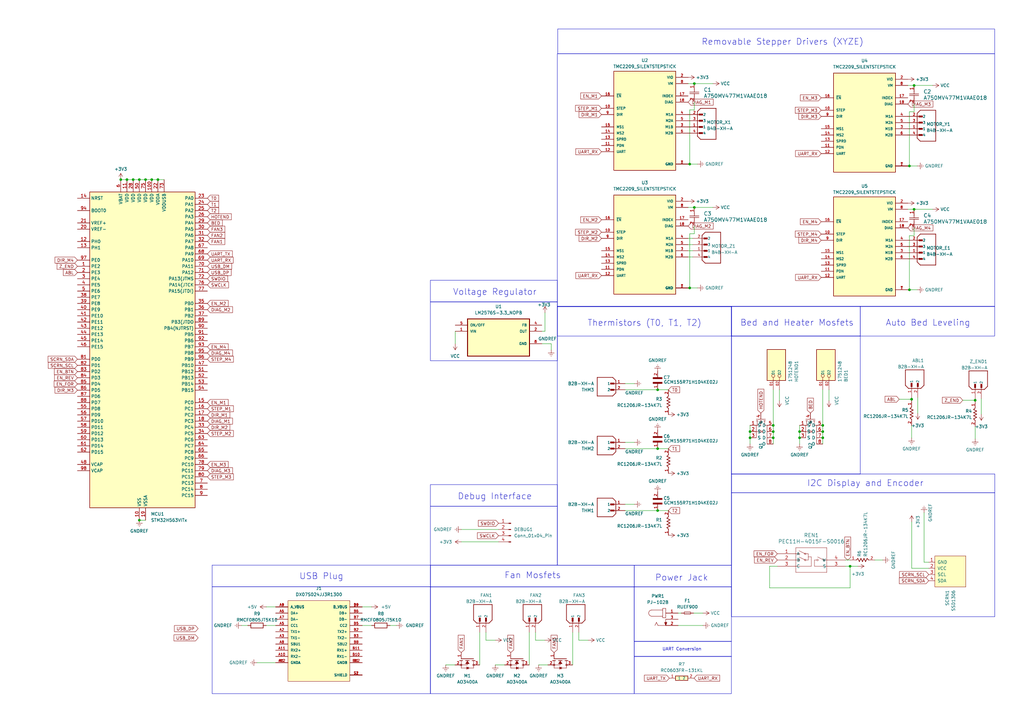
<source format=kicad_sch>
(kicad_sch (version 20231120) (generator "eeschema") (generator_version "8.0")
  (paper "A3")
  (junction (at 52.07 73.66))
  (junction (at 284.7817 34.2809))
  (junction (at 372.999 68.072))
  (junction (at 57.15 73.66))
  (junction (at 399.9505 164.1657))
  (junction (at 54.61 73.66))
  (junction (at 327.941 179.5529))
  (junction (at 284.7817 85.0809))
  (junction (at 327.941 177.0129))
  (junction (at 374.904 35.052))
  (junction (at 337.466 177.0129))
  (junction (at 374.904 85.852))
  (junction (at 57.15 213.36))
  (junction (at 317.146 177.0129))
  (junction (at 317.146 179.5529))
  (junction (at 373.8843 163.7485))
  (junction (at 64.77 73.66))
  (junction (at 317.146 174.4729))
  (junction (at 269.7178 159.8709))
  (junction (at 372.999 118.872))
  (junction (at 307.621 179.5529))
  (junction (at 62.23 73.66))
  (junction (at 337.466 179.5529))
  (junction (at 282.8767 67.3009))
  (junction (at 269.7178 184.0009))
  (junction (at 49.53 73.66))
  (junction (at 282.8767 118.1009))
  (junction (at 269.7178 209.4009))
  (junction (at 59.69 73.66))
  (junction (at 337.466 174.4729))
  (junction (at 307.621 177.0129))
  (junction (at 348.6568 232.2313))
  (wire (pts (xy 223.52 128.27) (xy 223.52 135.89)))
  (wire (pts (xy 109.22 256.54) (xy 113.03 256.54)))
  (wire (pts (xy 372.364 35.052) (xy 374.904 35.052)))
  (wire (pts (xy 186.6148 272.7194) (xy 182.8048 272.7194)))
  (wire (pts (xy 374.904 42.672) (xy 374.904 45.847)))
  (wire (pts (xy 358.8168 229.6913) (xy 361.9918 229.6913)))
  (wire (pts (xy 373.8843 163.7485) (xy 373.8843 163.1135)))
  (wire (pts (xy 282.8767 67.3009) (xy 286.0517 67.3009)))
  (wire (pts (xy 226.06 143.51) (xy 226.06 140.97)))
  (wire (pts (xy 307.621 174.4729) (xy 307.621 177.0129)))
  (wire (pts (xy 282.8767 95.8759) (xy 282.8767 118.1009)))
  (wire (pts (xy 402.4905 169.8807) (xy 402.4905 163.5307)))
  (wire (pts (xy 348.6568 241.1213) (xy 348.6568 232.2313)))
  (wire (pts (xy 399.9505 164.1657) (xy 399.9505 163.5307)))
  (wire (pts (xy 282.8767 45.0759) (xy 282.8767 67.3009)))
  (wire (pts (xy 372.999 96.647) (xy 372.999 118.872)))
  (wire (pts (xy 337.466 179.5529) (xy 337.466 182.0929)))
  (wire (pts (xy 378.9986 210.249) (xy 378.9986 230.569)))
  (wire (pts (xy 282.2417 105.4009) (xy 284.1467 105.4009)))
  (wire (pts (xy 337.466 177.0129) (xy 337.466 179.5529)))
  (wire (pts (xy 373.9186 233.109) (xy 380.9036 233.109)))
  (wire (pts (xy 346.7518 229.6913) (xy 348.6568 229.6913)))
  (wire (pts (xy 372.364 118.872) (xy 372.999 118.872)))
  (wire (pts (xy 162.56 256.54) (xy 160.02 256.54)))
  (wire (pts (xy 317.146 177.0129) (xy 317.146 179.5529)))
  (wire (pts (xy 189.23 222.25) (xy 204.47 222.25)))
  (wire (pts (xy 109.22 248.92) (xy 113.03 248.92)))
  (wire (pts (xy 237.4148 262.5594) (xy 237.4148 259.3844)))
  (wire (pts (xy 374.904 35.052) (xy 382.524 35.052)))
  (wire (pts (xy 49.53 73.66) (xy 52.07 73.66)))
  (wire (pts (xy 282.8767 118.1009) (xy 286.0517 118.1009)))
  (wire (pts (xy 223.4448 262.5594) (xy 219.6348 262.5594)))
  (wire (pts (xy 189.23 217.17) (xy 204.47 217.17)))
  (wire (pts (xy 274.1628 209.4009) (xy 269.7178 209.4009)))
  (wire (pts (xy 319.686 164.3129) (xy 319.686 159.8679)))
  (wire (pts (xy 374.904 85.852) (xy 382.524 85.852)))
  (wire (pts (xy 317.146 174.4729) (xy 317.146 177.0129)))
  (wire (pts (xy 256.3828 181.4609) (xy 260.1928 181.4609)))
  (wire (pts (xy 282.2417 118.1009) (xy 282.8767 118.1009)))
  (wire (pts (xy 105.41 271.78) (xy 113.03 271.78)))
  (wire (pts (xy 186.69 140.97) (xy 186.69 135.89)))
  (wire (pts (xy 288.29 251.46) (xy 284.48 251.46)))
  (wire (pts (xy 223.52 135.89) (xy 222.25 135.89)))
  (wire (pts (xy 282.2417 34.2809) (xy 284.7817 34.2809)))
  (wire (pts (xy 307.621 177.0129) (xy 307.621 179.5529)))
  (wire (pts (xy 348.6568 232.2313) (xy 351.8318 232.2313)))
  (wire (pts (xy 373.9186 214.059) (xy 373.9186 233.109)))
  (wire (pts (xy 282.2417 97.7809) (xy 284.1467 97.7809)))
  (wire (pts (xy 327.941 174.4729) (xy 327.941 177.0129)))
  (wire (pts (xy 203.1248 262.5594) (xy 199.3148 262.5594)))
  (wire (pts (xy 241.2248 262.5594) (xy 237.4148 262.5594)))
  (wire (pts (xy 269.7178 159.8709) (xy 256.3828 159.8709)))
  (wire (pts (xy 337.466 159.8679) (xy 337.466 174.4729)))
  (wire (pts (xy 269.7178 184.0009) (xy 256.3828 184.0009)))
  (wire (pts (xy 256.3828 157.3309) (xy 260.1928 157.3309)))
  (wire (pts (xy 327.941 177.0129) (xy 327.941 179.5529)))
  (wire (pts (xy 284.7817 92.7009) (xy 284.7817 95.8759)))
  (wire (pts (xy 282.2417 67.3009) (xy 282.8767 67.3009)))
  (wire (pts (xy 378.9986 230.569) (xy 380.9036 230.569)))
  (wire (pts (xy 152.4 256.54) (xy 148.59 256.54)))
  (wire (pts (xy 373.8843 174.5435) (xy 373.8843 179.6235)))
  (wire (pts (xy 278.13 251.46) (xy 279.4 251.46)))
  (wire (pts (xy 317.146 159.8679) (xy 317.146 174.4729)))
  (wire (pts (xy 99.06 256.54) (xy 101.6 256.54)))
  (wire (pts (xy 282.2417 100.3209) (xy 284.1467 100.3209)))
  (wire (pts (xy 340.006 164.3129) (xy 340.006 159.8679)))
  (wire (pts (xy 64.77 73.66) (xy 67.31 73.66)))
  (wire (pts (xy 317.146 179.5529) (xy 317.146 182.0929)))
  (wire (pts (xy 219.6348 262.5594) (xy 219.6348 259.3844)))
  (wire (pts (xy 226.06 140.97) (xy 222.25 140.97)))
  (wire (pts (xy 373.8843 164.3835) (xy 373.8843 163.7485)))
  (wire (pts (xy 206.9348 272.7194) (xy 203.1248 272.7194)))
  (wire (pts (xy 284.7817 45.0759) (xy 282.8767 45.0759)))
  (wire (pts (xy 373.8843 163.7485) (xy 368.8043 163.7485)))
  (wire (pts (xy 274.1628 184.0009) (xy 269.7178 184.0009)))
  (wire (pts (xy 282.2417 102.8609) (xy 284.1467 102.8609)))
  (wire (pts (xy 52.07 73.66) (xy 54.61 73.66)))
  (wire (pts (xy 374.904 96.647) (xy 372.999 96.647)))
  (wire (pts (xy 234.8748 259.3844) (xy 234.8748 272.7194)))
  (wire (pts (xy 376.4243 169.4635) (xy 376.4243 163.1135)))
  (wire (pts (xy 54.61 73.66) (xy 57.15 73.66)))
  (wire (pts (xy 372.999 68.072) (xy 376.174 68.072)))
  (wire (pts (xy 217.0948 259.3844) (xy 217.0948 272.7194)))
  (wire (pts (xy 284.7817 34.2809) (xy 292.4017 34.2809)))
  (wire (pts (xy 282.2417 85.0809) (xy 284.7817 85.0809)))
  (wire (pts (xy 372.999 45.847) (xy 372.999 68.072)))
  (wire (pts (xy 372.999 118.872) (xy 376.174 118.872)))
  (wire (pts (xy 284.7817 95.8759) (xy 282.8767 95.8759)))
  (wire (pts (xy 57.15 213.36) (xy 59.69 213.36)))
  (wire (pts (xy 152.4 248.92) (xy 148.59 248.92)))
  (wire (pts (xy 399.9505 164.1657) (xy 394.8705 164.1657)))
  (wire (pts (xy 274.1628 159.8709) (xy 269.7178 159.8709)))
  (wire (pts (xy 327.941 179.5529) (xy 327.941 182.0929)))
  (wire (pts (xy 315.6368 241.1213) (xy 348.6568 241.1213)))
  (wire (pts (xy 224.7148 272.7194) (xy 220.9048 272.7194)))
  (wire (pts (xy 278.13 256.54) (xy 288.29 256.54)))
  (wire (pts (xy 399.9505 164.8007) (xy 399.9505 164.1657)))
  (wire (pts (xy 199.3148 262.5594) (xy 199.3148 259.3844)))
  (wire (pts (xy 269.7178 209.4009) (xy 256.3828 209.4009)))
  (wire (pts (xy 57.15 73.66) (xy 59.69 73.66)))
  (wire (pts (xy 256.3828 206.8609) (xy 260.1928 206.8609)))
  (wire (pts (xy 337.466 174.4729) (xy 337.466 177.0129)))
  (wire (pts (xy 196.7748 259.3844) (xy 196.7748 272.7194)))
  (wire (pts (xy 372.364 85.852) (xy 374.904 85.852)))
  (wire (pts (xy 374.904 93.472) (xy 374.904 96.647)))
  (wire (pts (xy 374.904 45.847) (xy 372.999 45.847)))
  (wire (pts (xy 346.7518 232.2313) (xy 348.6568 232.2313)))
  (wire (pts (xy 318.8118 232.2313) (xy 315.6368 232.2313)))
  (wire (pts (xy 59.69 73.66) (xy 62.23 73.66)))
  (wire (pts (xy 62.23 73.66) (xy 64.77 73.66)))
  (wire (pts (xy 307.621 179.5529) (xy 307.621 182.0929)))
  (wire (pts (xy 372.364 68.072) (xy 372.999 68.072)))
  (wire (pts (xy 399.9505 180.0407) (xy 399.9505 174.9607)))
  (wire (pts (xy 315.6368 232.2313) (xy 315.6368 241.1213)))
  (wire (pts (xy 284.7817 85.0809) (xy 292.4017 85.0809)))
  (wire (pts (xy 284.7817 41.9009) (xy 284.7817 45.0759)))
  (rectangle (start 86.995 231.775) (end 176.53 240.665))
  (rectangle (start 176.53 114.935) (end 228.6 123.8103))
  (rectangle (start 300.0081 202.0785) (end 408.0144 252.9176))
  (rectangle (start 228.7367 11.882) (end 407.9478 22.008))
  (rectangle (start 260.1198 231.812) (end 299.9978 240.7015))
  (rectangle (start 176.5538 240.702) (end 260.0905 284.48))
  (rectangle (start 300.0151 194.408) (end 408.0327 202.0742))
  (rectangle (start 228.6 125.6566) (end 299.9978 137.832))
  (rectangle (start 176.5538 231.8267) (end 260.0977 240.702))
  (rectangle (start 299.9978 125.64) (end 352.8298 137.832))
  (rectangle (start 228.6 125.73) (end 300.0212 231.816))
  (rectangle (start 299.9978 137.832) (end 352.8298 194.419))
  (rectangle (start 260.1198 269.24) (end 299.9978 284.48))
  (rectangle (start 176.53 207.645) (end 228.6 231.775))
  (rectangle (start 260.0953 240.6994) (end 300.0089 263.0693))
  (rectangle (start 228.6 22.042) (end 407.9478 125.73))
  (rectangle (start 86.995 240.665) (end 176.53 284.48))
  (rectangle (start 352.823 125.64) (end 407.9478 137.8247))
  (rectangle (start 176.53 123.825) (end 228.6 147.955))
  (rectangle (start 176.53 198.755) (end 228.6 207.6303))
  (rectangle (start 260.117 263.0719) (end 299.9978 269.24))
  (text "I2C Display and Encoder\n" (at 354.9529 198.318 0) (effects (font (size 2.54 2.54))))
  (text "Voltage Regulator\n" (at 202.946 119.888 0) (effects (font (size 2.54 2.54))))
  (text "Fan Mosfets\n" (at 218.4918 236.0919 0) (effects (font (size 2.54 2.54))))
  (text "Auto Bed Leveling\n" (at 380.6082 132.51 0) (effects (font (size 2.54 2.54))))
  (text "Removable Stepper Drivers (XYZE)" (at 320.9683 17.2865 0) (effects (font (size 2.54 2.54))))
  (text "Thermistors (T0, T1, T2)" (at 264.3479 132.605 0) (effects (font (size 2.54 2.54))))
  (text "Power Jack" (at 279.5761 237.059 0) (effects (font (size 2.54 2.54))))
  (text "USB Plug" (at 131.826 236.474 0) (effects (font (size 2.54 2.54))))
  (text "Bed and Heater Mosfets\n" (at 326.9016 132.5016 0) (effects (font (size 2.54 2.54))))
  (text "UART Conversion\n" (at 279.6764 266.3618 0) (effects (font (size 1.27 1.27))))
  (text "Debug Interface" (at 202.946 203.708 0) (effects (font (size 2.54 2.54))))
  (global_label "UART_RX" (shape input) (at 85.09 106.68 0) (property "Intersheetrefs" "${INTERSHEET_REFS}" (effects (hide yes))))
  (global_label "FAN2" (shape input) (at 85.09 96.52 0) (property "Intersheetrefs" "${INTERSHEET_REFS}" (effects (hide yes))))
  (global_label "DIR_M2" (shape input) (at 85.09 175.26 0) (property "Intersheetrefs" "${INTERSHEET_REFS}" (effects (hide yes))))
  (global_label "FAN3" (shape input) (at 227.2548 267.6394 90) (property "Intersheetrefs" "${INTERSHEET_REFS}" (effects (hide yes))))
  (global_label "EN_M1" (shape input) (at 85.09 165.1 0) (property "Intersheetrefs" "${INTERSHEET_REFS}" (effects (hide yes))))
  (global_label "EN_BTN" (shape input) (at 347.6882 229.6913 90) (property "Intersheetrefs" "${INTERSHEET_REFS}" (effects (hide yes))))
  (global_label "DIAG_M3" (shape input) (at 372.364 42.672 0) (property "Intersheetrefs" "${INTERSHEET_REFS}" (effects (hide yes))))
  (global_label "UART_RX" (shape input) (at 336.804 113.792 180) (property "Intersheetrefs" "${INTERSHEET_REFS}" (effects (hide yes))))
  (global_label "SWDIO" (shape input) (at 85.09 114.3 0) (property "Intersheetrefs" "${INTERSHEET_REFS}" (effects (hide yes))))
  (global_label "HOTEND" (shape input) (at 312.066 169.3929 90) (property "Intersheetrefs" "${INTERSHEET_REFS}" (effects (hide yes))))
  (global_label "SCRN_SDA" (shape input) (at 31.75 147.32 180) (property "Intersheetrefs" "${INTERSHEET_REFS}" (effects (hide yes))))
  (global_label "ABL" (shape input) (at 31.75 111.76 180) (property "Intersheetrefs" "${INTERSHEET_REFS}" (effects (hide yes))))
  (global_label "SCRN_SCL" (shape input) (at 380.9036 235.649 180) (property "Intersheetrefs" "${INTERSHEET_REFS}" (effects (hide yes))))
  (global_label "DIR_M3" (shape input) (at 31.75 160.02 180) (property "Intersheetrefs" "${INTERSHEET_REFS}" (effects (hide yes))))
  (global_label "SWDIO" (shape input) (at 204.47 214.63 180) (property "Intersheetrefs" "${INTERSHEET_REFS}" (effects (hide yes))))
  (global_label "T1" (shape input) (at 274.1628 184.0009 0) (property "Intersheetrefs" "${INTERSHEET_REFS}" (effects (hide yes))))
  (global_label "T0" (shape input) (at 85.09 81.28 0) (property "Intersheetrefs" "${INTERSHEET_REFS}" (effects (hide yes))))
  (global_label "HOTEND" (shape input) (at 85.09 88.9 0) (property "Intersheetrefs" "${INTERSHEET_REFS}" (effects (hide yes))))
  (global_label "SWCLK" (shape input) (at 204.47 219.71 180) (property "Intersheetrefs" "${INTERSHEET_REFS}" (effects (hide yes))))
  (global_label "DIAG_M1" (shape input) (at 282.2417 41.9009 0) (property "Intersheetrefs" "${INTERSHEET_REFS}" (effects (hide yes))))
  (global_label "UART_RX" (shape input) (at 284.6744 278.1438 0) (property "Intersheetrefs" "${INTERSHEET_REFS}" (effects (hide yes))))
  (global_label "USB_DP" (shape input) (at 81.28 257.81 180) (property "Intersheetrefs" "${INTERSHEET_REFS}" (effects (hide yes))))
  (global_label "DIAG_M3" (shape input) (at 85.09 193.04 0) (property "Intersheetrefs" "${INTERSHEET_REFS}" (effects (hide yes))))
  (global_label "DIR_M3" (shape input) (at 336.804 47.752 180) (property "Intersheetrefs" "${INTERSHEET_REFS}" (effects (hide yes))))
  (global_label "USB_DM" (shape input) (at 85.09 109.22 0) (property "Intersheetrefs" "${INTERSHEET_REFS}" (effects (hide yes))))
  (global_label "EN_FOR" (shape input) (at 31.75 157.48 180) (property "Intersheetrefs" "${INTERSHEET_REFS}" (effects (hide yes))))
  (global_label "SCRN_SDA" (shape input) (at 380.9036 238.189 180) (property "Intersheetrefs" "${INTERSHEET_REFS}" (effects (hide yes))))
  (global_label "STEP_M4" (shape input) (at 336.804 96.012 180) (property "Intersheetrefs" "${INTERSHEET_REFS}" (effects (hide yes))))
  (global_label "STEP_M2" (shape input) (at 85.09 177.8 0) (property "Intersheetrefs" "${INTERSHEET_REFS}" (effects (hide yes))))
  (global_label "T0" (shape input) (at 274.1628 159.8709 0) (property "Intersheetrefs" "${INTERSHEET_REFS}" (effects (hide yes))))
  (global_label "BED" (shape input) (at 332.386 169.3929 90) (property "Intersheetrefs" "${INTERSHEET_REFS}" (effects (hide yes))))
  (global_label "DIR_M2" (shape input) (at 246.6817 97.7809 180) (property "Intersheetrefs" "${INTERSHEET_REFS}" (effects (hide yes))))
  (global_label "SCRN_SCL" (shape input) (at 31.75 149.86 180) (property "Intersheetrefs" "${INTERSHEET_REFS}" (effects (hide yes))))
  (global_label "EN_REV" (shape input) (at 31.75 154.94 180) (property "Intersheetrefs" "${INTERSHEET_REFS}" (effects (hide yes))))
  (global_label "STEP_M3" (shape input) (at 85.09 195.58 0) (property "Intersheetrefs" "${INTERSHEET_REFS}" (effects (hide yes))))
  (global_label "Z_END" (shape input) (at 394.8705 164.1657 180) (property "Intersheetrefs" "${INTERSHEET_REFS}" (effects (hide yes))))
  (global_label "EN_M3" (shape input) (at 336.804 40.132 180) (property "Intersheetrefs" "${INTERSHEET_REFS}" (effects (hide yes))))
  (global_label "STEP_M2" (shape input) (at 246.6817 95.2409 180) (property "Intersheetrefs" "${INTERSHEET_REFS}" (effects (hide yes))))
  (global_label "STEP_M1" (shape input) (at 246.6817 44.4409 180) (property "Intersheetrefs" "${INTERSHEET_REFS}" (effects (hide yes))))
  (global_label "FAN1" (shape input) (at 189.1548 267.6394 90) (property "Intersheetrefs" "${INTERSHEET_REFS}" (effects (hide yes))))
  (global_label "EN_M2" (shape input) (at 246.6817 90.1609 180) (property "Intersheetrefs" "${INTERSHEET_REFS}" (effects (hide yes))))
  (global_label "EN_M3" (shape input) (at 85.09 190.5 0) (property "Intersheetrefs" "${INTERSHEET_REFS}" (effects (hide yes))))
  (global_label "ABL" (shape input) (at 368.8043 163.7485 180) (property "Intersheetrefs" "${INTERSHEET_REFS}" (effects (hide yes))))
  (global_label "SWCLK" (shape input) (at 85.09 116.84 0) (property "Intersheetrefs" "${INTERSHEET_REFS}" (effects (hide yes))))
  (global_label "STEP_M3" (shape input) (at 336.804 45.212 180) (property "Intersheetrefs" "${INTERSHEET_REFS}" (effects (hide yes))))
  (global_label "DIAG_M4" (shape input) (at 85.09 144.78 0) (property "Intersheetrefs" "${INTERSHEET_REFS}" (effects (hide yes))))
  (global_label "DIAG_M1" (shape input) (at 85.09 172.72 0) (property "Intersheetrefs" "${INTERSHEET_REFS}" (effects (hide yes))))
  (global_label "T2" (shape input) (at 274.1628 209.4009 0) (property "Intersheetrefs" "${INTERSHEET_REFS}" (effects (hide yes))))
  (global_label "EN_M2" (shape input) (at 85.09 124.46 0) (property "Intersheetrefs" "${INTERSHEET_REFS}" (effects (hide yes))))
  (global_label "DIAG_M2" (shape input) (at 85.09 127 0) (property "Intersheetrefs" "${INTERSHEET_REFS}" (effects (hide yes))))
  (global_label "UART_RX" (shape input) (at 246.6817 62.2209 180) (property "Intersheetrefs" "${INTERSHEET_REFS}" (effects (hide yes))))
  (global_label "UART_RX" (shape input) (at 246.6817 113.0209 180) (property "Intersheetrefs" "${INTERSHEET_REFS}" (effects (hide yes))))
  (global_label "EN_REV" (shape input) (at 318.8118 229.6913 180) (property "Intersheetrefs" "${INTERSHEET_REFS}" (effects (hide yes))))
  (global_label "EN_M4" (shape input) (at 336.804 90.932 180) (property "Intersheetrefs" "${INTERSHEET_REFS}" (effects (hide yes))))
  (global_label "DIR_M1" (shape input) (at 85.09 170.18 0) (property "Intersheetrefs" "${INTERSHEET_REFS}" (effects (hide yes))))
  (global_label "EN_BTN" (shape input) (at 31.75 152.4 180) (property "Intersheetrefs" "${INTERSHEET_REFS}" (effects (hide yes))))
  (global_label "DIAG_M4" (shape input) (at 372.364 93.472 0) (property "Intersheetrefs" "${INTERSHEET_REFS}" (effects (hide yes))))
  (global_label "DIR_M4" (shape input) (at 31.75 106.68 180) (property "Intersheetrefs" "${INTERSHEET_REFS}" (effects (hide yes))))
  (global_label "STEP_M4" (shape input) (at 85.09 147.32 0) (property "Intersheetrefs" "${INTERSHEET_REFS}" (effects (hide yes))))
  (global_label "UART_TX" (shape input) (at 274.5144 278.1438 180) (property "Intersheetrefs" "${INTERSHEET_REFS}" (effects (hide yes))))
  (global_label "FAN2" (shape input) (at 209.4748 267.6394 90) (property "Intersheetrefs" "${INTERSHEET_REFS}" (effects (hide yes))))
  (global_label "FAN1" (shape input) (at 85.09 99.06 0) (property "Intersheetrefs" "${INTERSHEET_REFS}" (effects (hide yes))))
  (global_label "Z_END" (shape input) (at 31.75 109.22 180) (property "Intersheetrefs" "${INTERSHEET_REFS}" (effects (hide yes))))
  (global_label "EN_M4" (shape input) (at 85.09 142.24 0) (property "Intersheetrefs" "${INTERSHEET_REFS}" (effects (hide yes))))
  (global_label "USB_DP" (shape input) (at 85.09 111.76 0) (property "Intersheetrefs" "${INTERSHEET_REFS}" (effects (hide yes))))
  (global_label "DIAG_M2" (shape input) (at 282.2417 92.7009 0) (property "Intersheetrefs" "${INTERSHEET_REFS}" (effects (hide yes))))
  (global_label "STEP_M1" (shape input) (at 85.09 167.64 0) (property "Intersheetrefs" "${INTERSHEET_REFS}" (effects (hide yes))))
  (global_label "DIR_M4" (shape input) (at 336.804 98.552 180) (property "Intersheetrefs" "${INTERSHEET_REFS}" (effects (hide yes))))
  (global_label "T2" (shape input) (at 85.09 86.36 0) (property "Intersheetrefs" "${INTERSHEET_REFS}" (effects (hide yes))))
  (global_label "DIR_M1" (shape input) (at 246.6817 46.9809 180) (property "Intersheetrefs" "${INTERSHEET_REFS}" (effects (hide yes))))
  (global_label "EN_M1" (shape input) (at 246.6817 39.3609 180) (property "Intersheetrefs" "${INTERSHEET_REFS}" (effects (hide yes))))
  (global_label "T1" (shape input) (at 85.09 83.82 0) (property "Intersheetrefs" "${INTERSHEET_REFS}" (effects (hide yes))))
  (global_label "UART_TX" (shape input) (at 85.09 104.14 0) (property "Intersheetrefs" "${INTERSHEET_REFS}" (effects (hide yes))))
  (global_label "FAN3" (shape input) (at 85.09 93.98 0) (property "Intersheetrefs" "${INTERSHEET_REFS}" (effects (hide yes))))
  (global_label "BED" (shape input) (at 85.09 91.44 0) (property "Intersheetrefs" "${INTERSHEET_REFS}" (effects (hide yes))))
  (global_label "USB_DM" (shape input) (at 81.28 261.62 180) (property "Intersheetrefs" "${INTERSHEET_REFS}" (effects (hide yes))))
  (global_label "UART_RX" (shape input) (at 336.804 62.992 180) (property "Intersheetrefs" "${INTERSHEET_REFS}" (effects (hide yes))))
  (global_label "EN_FOR" (shape input) (at 318.8118 227.1513 180) (property "Intersheetrefs" "${INTERSHEET_REFS}" (effects (hide yes))))
  (symbol (lib_id "power:GNDREF") (at 260.1928 206.8609 90) (mirror x) (unit 1)
    (property "Reference" "#PWR021" (effects (hide yes)))
    (property "Value" "GNDREF" (at 256.3828 210.6709 90) (effects (justify right)))
  )
  (symbol (lib_id "power:GNDREF") (at 269.7178 152.2509 0) (mirror x) (unit 1)
    (property "Reference" "#PWR035" (effects (hide yes)))
    (property "Value" "GNDREF" (at 273.5278 147.8059 0) (effects (justify right)))
  )
  (symbol (lib_id "power:+3V3") (at 274.1628 170.0309 270) (mirror x) (unit 1)
    (property "Reference" "#PWR028" (effects (hide yes)))
    (property "Value" "+3V3" (at 277.3378 170.0309 90) (effects (justify left)))
  )
  (symbol (lib_id "power:GNDREF") (at 307.621 182.0929 0) (unit 1)
    (property "Reference" "#PWR040" (effects (hide yes)))
    (property "Value" "GNDREF" (at 311.431 186.5379 0) (effects (justify right)))
  )
  (symbol (lib_id "power:VCC") (at 340.006 164.3129 180) (unit 1)
    (property "Reference" "#PWR017" (effects (hide yes)))
    (property "Value" "VCC" (at 343.181 164.3129 90))
  )
  (symbol (lib_id "1751248:1751248") (at 340.006 149.7079 90) (unit 1)
    (property "Reference" "BED1" (at 346.991 156.6929 0) (effects (justify left)))
    (property "Value" "1751248" (at 344.451 156.6929 0) (effects (justify left)))
    (property "Footprint" "Phoenix 1751248:PHOENIX_1751248" (effects (hide yes)))
    (property "Description" "\nPCB Terminal Screw 3.5mm 16AWG 200V 13.5A 2 Position COMBICON MKDS Series | Phoenix Contact 1751248\n" (effects (hide yes)))
    (property "DigiKey_Part_Number" "277-5719-ND" (effects (hide yes)))
    (property "SnapEDA_Link" "https://www.snapeda.com/parts/1751248/Phoenix+Contact/view-part/?ref=snap" (effects (hide yes)))
    (property "Package" "None" (effects (hide yes)))
    (property "Check_prices" "https://www.snapeda.com/parts/1751248/Phoenix+Contact/view-part/?ref=eda" (effects (hide yes)))
    (property "STANDARD" "Manufacturer Recommendations" (effects (hide yes)))
    (property "PARTREV" "03.03.2021" (effects (hide yes)))
    (property "MF" "Phoenix Contact" (effects (hide yes)))
    (property "MP" "1751248" (effects (hide yes)))
    (property "MANUFACTURER" "Phoenix Contact" (effects (hide yes)))
  )
  (symbol (lib_id "power:+3V3") (at 274.1628 194.1609 270) (mirror x) (unit 1)
    (property "Reference" "#PWR029" (effects (hide yes)))
    (property "Value" "+3V3" (at 277.3378 194.1609 90) (effects (justify left)))
  )
  (symbol (lib_id "RC1206JR-134K7L:RC1206JR-134K7L") (at 274.1628 187.1759 270) (mirror x) (unit 1)
    (property "Reference" "R2" (at 271.6228 187.8109 90) (effects (justify right)))
    (property "Value" "RC1206JR-134K7L" (at 271.6228 190.3509 90) (effects (justify right)))
    (property "Footprint" "RC1206JR-134K7L:RESC3216X65" (effects (hide yes)))
    (property "Description" "\n4.7 kOhms ±5% 0.25W, 1/4W Chip Resistor 1206 (3216 Metric) Moisture Resistant Thick Film\n" (effects (hide yes)))
    (property "DigiKey_Part_Number" "13-RC1206JR-134K7LTR-ND" (effects (hide yes)))
    (property "MF" "Yageo" (effects (hide yes)))
    (property "Purchase-URL" "https://www.snapeda.com/api/url_track_click_mouser/?unipart_id=1118610&manufacturer=Yageo&part_name=RC1206JR-134K7L&search_term=None" (effects (hide yes)))
    (property "Package" "SMD-2 Yageo" (effects (hide yes)))
    (property "Check_prices" "https://www.snapeda.com/parts/RC1206JR-134K7L/Yageo/view-part/?ref=eda" (effects (hide yes)))
    (property "SnapEDA_Link" "https://www.snapeda.com/parts/RC1206JR-134K7L/Yageo/view-part/?ref=snap" (effects (hide yes)))
    (property "MP" "RC1206JR-134K7L" (effects (hide yes)))
    (property "MANUFACTURER" "YAGEO" (effects (hide yes)))
  )
  (symbol (lib_id "A750MV477M1VAAE018:A750MV477M1VAAE018") (at 374.904 85.852 270) (unit 1)
    (property "Reference" "C4" (at 378.714 88.392 90) (effects (font (size 1.524 1.524)) (justify left)))
    (property "Value" "A750MV477M1VAAE018" (at 378.714 90.932 90) (effects (font (size 1.524 1.524)) (justify left)))
    (property "Footprint" "footprints:CAP_A750MV477M1VAAE018_KEM" (effects (hide yes)))
    (property "Datasheet" "A750MV477M1VAAE018" (effects (hide yes)))
  )
  (symbol (lib_id "power:+3V3") (at 351.8318 232.2313 270) (mirror x) (unit 1)
    (property "Reference" "#PWR049" (effects (hide yes)))
    (property "Value" "+3V3" (at 351.8318 235.4063 90))
  )
  (symbol (lib_id "PEC11H-4015F-S0016:PEC11H-4015F-S0016") (at 318.8118 227.1513 0) (unit 1)
    (property "Reference" "REN1" (at 332.7818 219.5313 0) (effects (font (size 1.524 1.524))))
    (property "Value" "PEC11H-4015F-S0016" (at 332.7818 222.0713 0) (effects (font (size 1.524 1.524))))
    (property "Footprint" "PinHeader:PinHeader_1x04_P2.54mm_Vertical" (effects (hide yes)))
    (property "Datasheet" "PEC11H-4015F-S0016" (effects (hide yes)))
  )
  (symbol (lib_id "Device:R") (at 105.41 256.54 270) (mirror x) (unit 1)
    (property "Reference" "R9" (at 105.41 251.714 90))
    (property "Value" "RMCF0805JT5K10" (at 105.41 254.254 90))
    (property "Footprint" "RMCF0805JT5K10:RESC2012X65N" (effects (hide yes)))
    (property "Description" "Resistor" (effects (hide yes)))
  )
  (symbol (lib_id "power:+3V3") (at 274.1628 219.5609 270) (mirror x) (unit 1)
    (property "Reference" "#PWR030" (effects (hide yes)))
    (property "Value" "+3V3" (at 277.3378 219.5609 90) (effects (justify left)))
  )
  (symbol (lib_id "SSD1306-128x64_OLED:SSD1306") (at 389.7936 234.379 90) (mirror x) (unit 1)
    (property "Reference" "SCRN1" (at 388.5236 241.999 0) (effects (justify left)))
    (property "Value" "SSD1306" (at 391.0636 241.999 0) (effects (justify left)))
    (property "Footprint" "PinHeader:PinHeader_1x04_P2.54mm_Vertical" (effects (hide yes)))
  )
  (symbol (lib_id "TMC2209_SILENTSTEPSTICK:TMC2209_SILENTSTEPSTICK") (at 264.4617 49.5209 0) (unit 1)
    (property "Reference" "U2" (at 264.4617 24.7559 0))
    (property "Value" "TMC2209_SILENTSTEPSTICK" (at 264.4617 27.2959 0))
    (property "Footprint" "TMC2209_SILENTSTEPSTICK:MODULE_TMC2209_SILENTSTEPSTICK" (effects (hide yes)))
    (property "Description" "\nTMC2209 Motor Controller/Driver Power Management Evaluation Board\n" (effects (hide yes)))
    (property "MF" "Trinamic Motion Control GmbH" (effects (hide yes)))
    (property "Package" "None" (effects (hide yes)))
    (property "Price" "None" (effects (hide yes)))
    (property "Check_prices" "https://www.snapeda.com/parts/TMC2209%20SILENTSTEPSTICK/Trinamic+Motion+Control+GmbH/view-part/?ref=eda" (effects (hide yes)))
    (property "STANDARD" "Manufacturer Recommendations" (effects (hide yes)))
    (property "PARTREV" "1.20" (effects (hide yes)))
    (property "SnapEDA_Link" "https://www.snapeda.com/parts/TMC2209%20SILENTSTEPSTICK/Trinamic+Motion+Control+GmbH/view-part/?ref=snap" (effects (hide yes)))
    (property "MP" "TMC2209 SILENTSTEPSTICK" (effects (hide yes)))
    (property "MANUFACTURER" "Trinamic Motion Control GmbH" (effects (hide yes)))
    (property "Availability" "In Stock" (effects (hide yes)))
    (property "SNAPEDA_PN" "TMC2209 SILENTSTEPSTICK" (effects (hide yes)))
  )
  (symbol (lib_id "power:VCC") (at 241.2248 262.5594 270) (unit 1)
    (property "Reference" "#PWR024" (effects (hide yes)))
    (property "Value" "VCC" (at 244.3998 262.5594 90) (effects (justify left)))
  )
  (symbol (lib_id "LM2576S-3.3_NOPB:LM2576S-3.3_NOPB") (at 204.47 138.43 0) (unit 1)
    (property "Reference" "U1" (at 204.47 125.73 0))
    (property "Value" "LM2576S-3.3_NOPB" (at 204.47 128.27 0))
    (property "Footprint" "LM2576S-3.3_NOPB:VREG_TPS79625KTTR" (effects (hide yes)))
    (property "DigiKey_Part_Number" "LM2576S-3.3-ND" (effects (hide yes)))
    (property "MF" "Texas Instruments" (effects (hide yes)))
    (property "Purchase-URL" "https://www.snapeda.com/api/url_track_click_mouser/?unipart_id=1231117&manufacturer=Texas Instruments&part_name=LM2576S-3.3&search_term=None" (effects (hide yes)))
    (property "Package" "TO-263-6 National Semiconductor" (effects (hide yes)))
    (property "SnapEDA_Link" "https://www.snapeda.com/parts/LM2576S-3.3/Texas+Instruments/view-part/?ref=snap" (effects (hide yes)))
    (property "MP" "LM2576S-3.3" (effects (hide yes)))
    (property "Description_1" "\nBuck Switching Regulator IC Positive Fixed 3.3V\n" (effects (hide yes)))
    (property "Check_prices" "https://www.snapeda.com/parts/LM2576S-3.3/Texas+Instruments/view-part/?ref=eda" (effects (hide yes)))
  )
  (symbol (lib_id "TMC2209_SILENTSTEPSTICK:TMC2209_SILENTSTEPSTICK") (at 264.4617 100.3209 0) (unit 1)
    (property "Reference" "U3" (at 264.4617 74.9209 0))
    (property "Value" "TMC2209_SILENTSTEPSTICK" (at 264.4617 77.4609 0))
    (property "Footprint" "TMC2209_SILENTSTEPSTICK:MODULE_TMC2209_SILENTSTEPSTICK" (effects (hide yes)))
    (property "Description" "\nTMC2209 Motor Controller/Driver Power Management Evaluation Board\n" (effects (hide yes)))
    (property "MF" "Trinamic Motion Control GmbH" (effects (hide yes)))
    (property "Package" "None" (effects (hide yes)))
    (property "Price" "None" (effects (hide yes)))
    (property "Check_prices" "https://www.snapeda.com/parts/TMC2209%20SILENTSTEPSTICK/Trinamic+Motion+Control+GmbH/view-part/?ref=eda" (effects (hide yes)))
    (property "STANDARD" "Manufacturer Recommendations" (effects (hide yes)))
    (property "PARTREV" "1.20" (effects (hide yes)))
    (property "SnapEDA_Link" "https://www.snapeda.com/parts/TMC2209%20SILENTSTEPSTICK/Trinamic+Motion+Control+GmbH/view-part/?ref=snap" (effects (hide yes)))
    (property "MP" "TMC2209 SILENTSTEPSTICK" (effects (hide yes)))
    (property "MANUFACTURER" "Trinamic Motion Control GmbH" (effects (hide yes)))
    (property "Availability" "In Stock" (effects (hide yes)))
    (property "SNAPEDA_PN" "TMC2209 SILENTSTEPSTICK" (effects (hide yes)))
  )
  (symbol (lib_id "AO3400A:AO3400A") (at 191.6948 270.1794 270) (unit 1)
    (property "Reference" "M1" (at 191.6948 277.1644 90))
    (property "Value" "AO3400A" (at 191.6948 279.7044 90))
    (property "Footprint" "AO3400A:SOT95P280X125-3N" (effects (hide yes)))
    (property "Description" "\nN-Channel 30 V 5.7A (Ta) 1.4W (Ta) Surface Mount SOT-23-3\n" (effects (hide yes)))
    (property "DigiKey_Part_Number" "785-1000-2-ND" (effects (hide yes)))
    (property "SnapEDA_Link" "https://www.snapeda.com/parts/AO3400A/Alpha+%2526+Omega+Semiconductor+Inc./view-part/?ref=snap" (effects (hide yes)))
    (property "MAXIMUM_PACKAGE_HEIGHT" "1.25 mm" (effects (hide yes)))
    (property "Package" "SOT-23 Alpha &amp; Omega Semiconductor" (effects (hide yes)))
    (property "Check_prices" "https://www.snapeda.com/parts/AO3400A/Alpha+%2526+Omega+Semiconductor+Inc./view-part/?ref=eda" (effects (hide yes)))
    (property "STANDARD" "IPC 7351B" (effects (hide yes)))
    (property "PARTREV" "L" (effects (hide yes)))
    (property "MF" "Alpha &" (effects (hide yes)))
    (property "MP" "AO3400A" (effects (hide yes)))
    (property "MANUFACTURER" "Alpha & Omega Semiconductor" (effects (hide yes)))
  )
  (symbol (lib_id "power:GNDREF") (at 162.56 256.54 90) (unit 1)
    (property "Reference" "#PWR051" (effects (hide yes)))
    (property "Value" "GNDREF" (at 166.37 256.5399 90) (effects (justify right)))
  )
  (symbol (lib_id "RC1206JR-134K7L:RC1206JR-134K7L") (at 399.9505 171.7857 270) (unit 1)
    (property "Reference" "R4" (at 398.6805 168.6107 90) (effects (justify right)))
    (property "Value" "RC1206JR-134K7L" (at 398.6805 171.1507 90) (effects (justify right)))
    (property "Footprint" "RC1206JR-134K7L:RESC3216X65" (effects (hide yes)))
    (property "Description" "\n4.7 kOhms ±5% 0.25W, 1/4W Chip Resistor 1206 (3216 Metric) Moisture Resistant Thick Film\n" (effects (hide yes)))
    (property "DigiKey_Part_Number" "13-RC1206JR-134K7LTR-ND" (effects (hide yes)))
    (property "MF" "Yageo" (effects (hide yes)))
    (property "Purchase-URL" "https://www.snapeda.com/api/url_track_click_mouser/?unipart_id=1118610&manufacturer=Yageo&part_name=RC1206JR-134K7L&search_term=None" (effects (hide yes)))
    (property "Package" "SMD-2 Yageo" (effects (hide yes)))
    (property "Check_prices" "https://www.snapeda.com/parts/RC1206JR-134K7L/Yageo/view-part/?ref=eda" (effects (hide yes)))
    (property "SnapEDA_Link" "https://www.snapeda.com/parts/RC1206JR-134K7L/Yageo/view-part/?ref=snap" (effects (hide yes)))
    (property "MP" "RC1206JR-134K7L" (effects (hide yes)))
    (property "MANUFACTURER" "YAGEO" (effects (hide yes)))
  )
  (symbol (lib_id "TMC2209_SILENTSTEPSTICK:TMC2209_SILENTSTEPSTICK") (at 354.584 101.092 0) (unit 1)
    (property "Reference" "U5" (at 354.584 76.327 0))
    (property "Value" "TMC2209_SILENTSTEPSTICK" (at 354.584 78.867 0))
    (property "Footprint" "TMC2209_SILENTSTEPSTICK:MODULE_TMC2209_SILENTSTEPSTICK" (effects (hide yes)))
    (property "Description" "\nTMC2209 Motor Controller/Driver Power Management Evaluation Board\n" (effects (hide yes)))
    (property "MF" "Trinamic Motion Control GmbH" (effects (hide yes)))
    (property "Package" "None" (effects (hide yes)))
    (property "Price" "None" (effects (hide yes)))
    (property "Check_prices" "https://www.snapeda.com/parts/TMC2209%20SILENTSTEPSTICK/Trinamic+Motion+Control+GmbH/view-part/?ref=eda" (effects (hide yes)))
    (property "STANDARD" "Manufacturer Recommendations" (effects (hide yes)))
    (property "PARTREV" "1.20" (effects (hide yes)))
    (property "SnapEDA_Link" "https://www.snapeda.com/parts/TMC2209%20SILENTSTEPSTICK/Trinamic+Motion+Control+GmbH/view-part/?ref=snap" (effects (hide yes)))
    (property "MP" "TMC2209 SILENTSTEPSTICK" (effects (hide yes)))
    (property "MANUFACTURER" "Trinamic Motion Control GmbH" (effects (hide yes)))
    (property "Availability" "In Stock" (effects (hide yes)))
    (property "SNAPEDA_PN" "TMC2209 SILENTSTEPSTICK" (effects (hide yes)))
  )
  (symbol (lib_id "power:+3V3") (at 49.53 73.66 0) (mirror y) (unit 1)
    (property "Reference" "#PWR01" (effects (hide yes)))
    (property "Value" "+3V3" (at 49.53 69.3491 0))
  )
  (symbol (lib_id "power:+3V3") (at 372.364 32.512 270) (unit 1)
    (property "Reference" "#PWR014" (effects (hide yes)))
    (property "Value" "+3V3" (at 375.539 32.512 90) (effects (justify left)))
  )
  (symbol (lib_id "RC0603FR-131KL:RC0603FR-131KL") (at 279.5944 278.1438 0) (unit 1)
    (property "Reference" "R7" (at 279.5944 272.4288 0))
    (property "Value" "RC0603FR-131KL" (at 279.5944 274.9688 0))
    (property "Footprint" "RC0603FR-131KL:0603" (effects (hide yes)))
    (property "Description" "\n1 kOhms ±1% 0.1W, 1/10W Chip Resistor 0603 (1608 Metric) Moisture Resistant Thick Film\n" (effects (hide yes)))
    (property "DigiKey_Part_Number" "13-RC0603FR-131KLTR-ND" (effects (hide yes)))
    (property "MF" "Yageo" (effects (hide yes)))
    (property "Purchase-URL" "https://www.snapeda.com/api/url_track_click_mouser/?unipart_id=47010&manufacturer=Yageo&part_name=RC0603FR-131KL&search_term=None" (effects (hide yes)))
    (property "Package" "0603 Yageo" (effects (hide yes)))
    (property "SnapEDA_Link" "https://www.snapeda.com/parts/RC0603FR-131KL/Yageo/view-part/?ref=snap" (effects (hide yes)))
    (property "MP" "RC0603FR-131KL" (effects (hide yes)))
    (property "Check_prices" "https://www.snapeda.com/parts/RC0603FR-131KL/Yageo/view-part/?ref=eda" (effects (hide yes)))
  )
  (symbol (lib_id "power:VCC") (at 382.524 35.052 270) (unit 1)
    (property "Reference" "#PWR038" (effects (hide yes)))
    (property "Value" "VCC" (at 385.699 35.052 90) (effects (justify left)))
  )
  (symbol (lib_id "power:+3V3") (at 402.4905 169.8807 180) (unit 1)
    (property "Reference" "#PWR045" (effects (hide yes)))
    (property "Value" "+3V3" (at 402.4905 174.9607 0))
  )
  (symbol (lib_id "RC1206JR-134K7L:RC1206JR-134K7L") (at 355.6418 229.6913 0) (mirror x) (unit 1)
    (property "Reference" "R6" (at 352.4668 228.4213 90) (effects (justify right)))
    (property "Value" "RC1206JR-134K7L" (at 355.0068 228.4213 90) (effects (justify right)))
    (property "Footprint" "RC1206JR-134K7L:RESC3216X65" (effects (hide yes)))
    (property "Description" "\n4.7 kOhms ±5% 0.25W, 1/4W Chip Resistor 1206 (3216 Metric) Moisture Resistant Thick Film\n" (effects (hide yes)))
    (property "DigiKey_Part_Number" "13-RC1206JR-134K7LTR-ND" (effects (hide yes)))
    (property "MF" "Yageo" (effects (hide yes)))
    (property "Purchase-URL" "https://www.snapeda.com/api/url_track_click_mouser/?unipart_id=1118610&manufacturer=Yageo&part_name=RC1206JR-134K7L&search_term=None" (effects (hide yes)))
    (property "Package" "SMD-2 Yageo" (effects (hide yes)))
    (property "Check_prices" "https://www.snapeda.com/parts/RC1206JR-134K7L/Yageo/view-part/?ref=eda" (effects (hide yes)))
    (property "SnapEDA_Link" "https://www.snapeda.com/parts/RC1206JR-134K7L/Yageo/view-part/?ref=snap" (effects (hide yes)))
    (property "MP" "RC1206JR-134K7L" (effects (hide yes)))
    (property "MANUFACTURER" "YAGEO" (effects (hide yes)))
  )
  (symbol (lib_id "power:GNDREF") (at 399.9505 180.0407 0) (unit 1)
    (property "Reference" "#PWR042" (effects (hide yes)))
    (property "Value" "GNDREF" (at 399.9505 184.4857 0))
  )
  (symbol (lib_id "power:VCC") (at 288.29 251.46 270) (unit 1)
    (property "Reference" "#PWR031" (effects (hide yes)))
    (property "Value" "VCC" (at 291.465 251.46 90) (effects (justify left)))
  )
  (symbol (lib_id "power:GNDREF") (at 226.06 143.51 0) (unit 1)
    (property "Reference" "#PWR05" (effects (hide yes)))
    (property "Value" "GNDREF" (at 228.346 138.938 0) (effects (justify right)))
  )
  (symbol (lib_id "B2B-XH-A:B2B-XH-A") (at 248.7628 184.0009 0) (mirror y) (unit 1)
    (property "Reference" "THM2" (at 243.6828 184.0009 0) (effects (justify left)))
    (property "Value" "B2B-XH-A" (at 243.6828 181.4609 0) (effects (justify left)))
    (property "Footprint" "B2B-XH-A:JST_B2B-XH-A" (effects (hide yes)))
    (property "Description" "\nConnector Header Through Hole 2 position 0.098 (2.50mm)\n" (effects (hide yes)))
    (property "DigiKey_Part_Number" "455-B2B-XH-A-ND" (effects (hide yes)))
    (property "SnapEDA_Link" "https://www.snapeda.com/parts/B2B-XH-A/JST+Sales+America+Inc./view-part/?ref=snap" (effects (hide yes)))
    (property "MAXIMUM_PACKAGE_HEIGHT" "7 mm" (effects (hide yes)))
    (property "Package" "None" (effects (hide yes)))
    (property "Check_prices" "https://www.snapeda.com/parts/B2B-XH-A/JST+Sales+America+Inc./view-part/?ref=eda" (effects (hide yes)))
    (property "STANDARD" "Manufacturer Recommendations" (effects (hide yes)))
    (property "PARTREV" "N/A" (effects (hide yes)))
    (property "MF" "JST Sales" (effects (hide yes)))
    (property "MP" "B2B-XH-A" (effects (hide yes)))
    (property "MANUFACTURER" "JST Sales America Inc." (effects (hide yes)))
  )
  (symbol (lib_id "A750MV477M1VAAE018:A750MV477M1VAAE018") (at 374.904 35.052 270) (unit 1)
    (property "Reference" "C2" (at 378.714 37.592 90) (effects (font (size 1.524 1.524)) (justify left)))
    (property "Value" "A750MV477M1VAAE018" (at 378.714 40.132 90) (effects (font (size 1.524 1.524)) (justify left)))
    (property "Footprint" "footprints:CAP_A750MV477M1VAAE018_KEM" (effects (hide yes)))
    (property "Datasheet" "A750MV477M1VAAE018" (effects (hide yes)))
  )
  (symbol (lib_id "power:GNDREF") (at 203.1248 272.7194 0) (unit 1)
    (property "Reference" "#PWR026" (effects (hide yes)))
    (property "Value" "GNDREF" (at 203.1248 277.1644 0))
  )
  (symbol (lib_id "AO3400A:AO3400A") (at 212.0148 270.1794 270) (unit 1)
    (property "Reference" "M2" (at 212.0148 277.1644 90))
    (property "Value" "AO3400A" (at 212.0148 279.7044 90))
    (property "Footprint" "AO3400A:SOT95P280X125-3N" (effects (hide yes)))
    (property "Description" "\nN-Channel 30 V 5.7A (Ta) 1.4W (Ta) Surface Mount SOT-23-3\n" (effects (hide yes)))
    (property "DigiKey_Part_Number" "785-1000-2-ND" (effects (hide yes)))
    (property "SnapEDA_Link" "https://www.snapeda.com/parts/AO3400A/Alpha+%2526+Omega+Semiconductor+Inc./view-part/?ref=snap" (effects (hide yes)))
    (property "MAXIMUM_PACKAGE_HEIGHT" "1.25 mm" (effects (hide yes)))
    (property "Package" "SOT-23 Alpha &amp; Omega Semiconductor" (effects (hide yes)))
    (property "Check_prices" "https://www.snapeda.com/parts/AO3400A/Alpha+%2526+Omega+Semiconductor+Inc./view-part/?ref=eda" (effects (hide yes)))
    (property "STANDARD" "IPC 7351B" (effects (hide yes)))
    (property "PARTREV" "L" (effects (hide yes)))
    (property "MF" "Alpha &" (effects (hide yes)))
    (property "MP" "AO3400A" (effects (hide yes)))
    (property "MANUFACTURER" "Alpha & Omega Semiconductor" (effects (hide yes)))
  )
  (symbol (lib_id "power:+3V3") (at 372.364 83.312 270) (unit 1)
    (property "Reference" "#PWR015" (effects (hide yes)))
    (property "Value" "+3V3" (at 375.539 83.312 90) (effects (justify left)))
  )
  (symbol (lib_id "B2B-XH-A:B2B-XH-A") (at 248.7628 209.4009 0) (mirror y) (unit 1)
    (property "Reference" "THM1" (at 243.6828 209.4009 0) (effects (justify left)))
    (property "Value" "B2B-XH-A" (at 243.6828 206.8609 0) (effects (justify left)))
    (property "Footprint" "B2B-XH-A:JST_B2B-XH-A" (effects (hide yes)))
    (property "Description" "\nConnector Header Through Hole 2 position 0.098 (2.50mm)\n" (effects (hide yes)))
    (property "DigiKey_Part_Number" "455-B2B-XH-A-ND" (effects (hide yes)))
    (property "SnapEDA_Link" "https://www.snapeda.com/parts/B2B-XH-A/JST+Sales+America+Inc./view-part/?ref=snap" (effects (hide yes)))
    (property "MAXIMUM_PACKAGE_HEIGHT" "7 mm" (effects (hide yes)))
    (property "Package" "None" (effects (hide yes)))
    (property "Check_prices" "https://www.snapeda.com/parts/B2B-XH-A/JST+Sales+America+Inc./view-part/?ref=eda" (effects (hide yes)))
    (property "STANDARD" "Manufacturer Recommendations" (effects (hide yes)))
    (property "PARTREV" "N/A" (effects (hide yes)))
    (property "MF" "JST Sales" (effects (hide yes)))
    (property "MP" "B2B-XH-A" (effects (hide yes)))
    (property "MANUFACTURER" "JST Sales America Inc." (effects (hide yes)))
  )
  (symbol (lib_id "PJ-102B:PJ-102B") (at 273.05 254 0) (unit 1)
    (property "Reference" "PWR1" (at 269.8142 244.475 0))
    (property "Value" "PJ-102B" (at 269.8142 247.015 0))
    (property "Footprint" "PJ-102B:CUI_PJ-102B" (effects (hide yes)))
    (property "Description" "2.5 x 6.5 mm, 2.5 A, Horizontal, Through Hole, Tapered Pins, Dc Power Jack Connector" (effects (hide yes)))
    (property "DigiKey_Part_Number" "CP-102B-ND" (effects (hide yes)))
    (property "MF" "CUI Devices" (effects (hide yes)))
    (property "Purchase-URL" "https://www.snapeda.com/api/url_track_click_mouser/?unipart_id=378041&manufacturer=CUI Devices&part_name=PJ-102B&search_term=None" (effects (hide yes)))
    (property "Package" "None" (effects (hide yes)))
    (property "Check_prices" "https://www.snapeda.com/parts/PJ-102B/CUI+Devices/view-part/?ref=eda" (effects (hide yes)))
    (property "PART_REV" "1.03" (effects (hide yes)))
    (property "STANDARD" "Manufacturer recommendations" (effects (hide yes)))
    (property "SnapEDA_Link" "https://www.snapeda.com/parts/PJ-102B/CUI+Devices/view-part/?ref=snap" (effects (hide yes)))
    (property "MP" "PJ-102B" (effects (hide yes)))
    (property "CUI_purchase_URL" "https://www.cuidevices.com/product/interconnect/connectors/dc-power-connectors/jacks/pj-102b?utm_source=snapeda.com&utm_medium=referral&utm_campaign=snapedaBOM" (effects (hide yes)))
    (property "MANUFACTURER" "CUI INC" (effects (hide yes)))
  )
  (symbol (lib_id "power:GNDREF") (at 376.174 68.072 90) (unit 1)
    (property "Reference" "#PWR011" (effects (hide yes)))
    (property "Value" "GNDREF" (at 379.349 68.072 90) (effects (justify right)))
  )
  (symbol (lib_id "power:GNDREF") (at 286.0517 67.3009 90) (unit 1)
    (property "Reference" "#PWR012" (effects (hide yes)))
    (property "Value" "GNDREF" (at 289.2267 67.3009 90) (effects (justify right)))
  )
  (symbol (lib_id "power:VCC") (at 319.686 164.3129 180) (unit 1)
    (property "Reference" "#PWR018" (effects (hide yes)))
    (property "Value" "VCC" (at 322.861 164.3129 90))
  )
  (symbol (lib_id "power:VCC") (at 223.4448 262.5594 270) (unit 1)
    (property "Reference" "#PWR023" (effects (hide yes)))
    (property "Value" "VCC" (at 226.6198 262.5594 90) (effects (justify left)))
  )
  (symbol (lib_id "power:GNDREF") (at 57.15 213.36 0) (unit 1)
    (property "Reference" "#PWR02" (effects (hide yes)))
    (property "Value" "GNDREF" (at 57.15 217.805 0))
  )
  (symbol (lib_id "power:+3V3") (at 373.9186 214.059 0) (mirror y) (unit 1)
    (property "Reference" "#PWR046" (effects (hide yes)))
    (property "Value" "+3V3" (at 376.4586 214.059 90))
  )
  (symbol (lib_id "RC1206JR-134K7L:RC1206JR-134K7L") (at 274.1628 212.5759 270) (mirror x) (unit 1)
    (property "Reference" "R1" (at 271.6228 213.2109 90) (effects (justify right)))
    (property "Value" "RC1206JR-134K7L" (at 271.6228 215.7509 90) (effects (justify right)))
    (property "Footprint" "RC1206JR-134K7L:RESC3216X65" (effects (hide yes)))
    (property "Description" "\n4.7 kOhms ±5% 0.25W, 1/4W Chip Resistor 1206 (3216 Metric) Moisture Resistant Thick Film\n" (effects (hide yes)))
    (property "DigiKey_Part_Number" "13-RC1206JR-134K7LTR-ND" (effects (hide yes)))
    (property "MF" "Yageo" (effects (hide yes)))
    (property "Purchase-URL" "https://www.snapeda.com/api/url_track_click_mouser/?unipart_id=1118610&manufacturer=Yageo&part_name=RC1206JR-134K7L&search_term=None" (effects (hide yes)))
    (property "Package" "SMD-2 Yageo" (effects (hide yes)))
    (property "Check_prices" "https://www.snapeda.com/parts/RC1206JR-134K7L/Yageo/view-part/?ref=eda" (effects (hide yes)))
    (property "SnapEDA_Link" "https://www.snapeda.com/parts/RC1206JR-134K7L/Yageo/view-part/?ref=snap" (effects (hide yes)))
    (property "MP" "RC1206JR-134K7L" (effects (hide yes)))
    (property "MANUFACTURER" "YAGEO" (effects (hide yes)))
  )
  (symbol (lib_id "IRFH7440TRPBF:IRFH7440TRPBF") (at 312.066 173.2029 270) (unit 1)
    (property "Reference" "Q1" (at 312.066 181.4579 0) (effects (justify left)))
    (property "Value" "~" (at 312.066 173.2029 0))
    (property "Footprint" "IRFH7440TRPBF:TRANS_FDMS86202" (effects (hide yes)))
  )
  (symbol (lib_id "A750MV477M1VAAE018:A750MV477M1VAAE018") (at 284.7817 34.2809 270) (unit 1)
    (property "Reference" "C1" (at 288.5917 36.8209 90) (effects (font (size 1.524 1.524)) (justify left)))
    (property "Value" "A750MV477M1VAAE018" (at 288.5917 39.3609 90) (effects (font (size 1.524 1.524)) (justify left)))
    (property "Footprint" "footprints:CAP_A750MV477M1VAAE018_KEM" (effects (hide yes)))
    (property "Datasheet" "A750MV477M1VAAE018" (effects (hide yes)))
  )
  (symbol (lib_id "RC1206JR-134K7L:RC1206JR-134K7L") (at 274.1628 163.0459 270) (mirror x) (unit 1)
    (property "Reference" "R3" (at 271.6228 163.6809 90) (effects (justify right)))
    (property "Value" "RC1206JR-134K7L" (at 271.6228 166.2209 90) (effects (justify right)))
    (property "Footprint" "RC1206JR-134K7L:RESC3216X65" (effects (hide yes)))
    (property "Description" "\n4.7 kOhms ±5% 0.25W, 1/4W Chip Resistor 1206 (3216 Metric) Moisture Resistant Thick Film\n" (effects (hide yes)))
    (property "DigiKey_Part_Number" "13-RC1206JR-134K7LTR-ND" (effects (hide yes)))
    (property "MF" "Yageo" (effects (hide yes)))
    (property "Purchase-URL" "https://www.snapeda.com/api/url_track_click_mouser/?unipart_id=1118610&manufacturer=Yageo&part_name=RC1206JR-134K7L&search_term=None" (effects (hide yes)))
    (property "Package" "SMD-2 Yageo" (effects (hide yes)))
    (property "Check_prices" "https://www.snapeda.com/parts/RC1206JR-134K7L/Yageo/view-part/?ref=eda" (effects (hide yes)))
    (property "SnapEDA_Link" "https://www.snapeda.com/parts/RC1206JR-134K7L/Yageo/view-part/?ref=snap" (effects (hide yes)))
    (property "MP" "RC1206JR-134K7L" (effects (hide yes)))
    (property "MANUFACTURER" "YAGEO" (effects (hide yes)))
  )
  (symbol (lib_id "B4B-XH-A:B4B-XH-A") (at 289.8617 49.5209 0) (unit 1)
    (property "Reference" "MOTOR_X1" (at 289.8617 50.1559 0) (effects (justify left)))
    (property "Value" "B4B-XH-A" (at 289.8617 52.6959 0) (effects (justify left)))
    (property "Footprint" "B4B-XH-A:JST_B4B-XH-A" (effects (hide yes)))
    (property "Description" "\nConnector Header Through Hole 4 position 0.098 (2.50mm)\n" (effects (hide yes)))
    (property "DigiKey_Part_Number" "455-B4B-XH-A-ND" (effects (hide yes)))
    (property "SnapEDA_Link" "https://www.snapeda.com/parts/B4B-XH-A/JST+Sales+America+Inc./view-part/?ref=snap" (effects (hide yes)))
    (property "MAXIMUM_PACKAGE_HEIGHT" "7.00 mm" (effects (hide yes)))
    (property "Package" "None" (effects (hide yes)))
    (property "Check_prices" "https://www.snapeda.com/parts/B4B-XH-A/JST+Sales+America+Inc./view-part/?ref=eda" (effects (hide yes)))
    (property "STANDARD" "Manufacturer Recommendations" (effects (hide yes)))
    (property "PARTREV" "7/4/21" (effects (hide yes)))
    (property "MF" "JST Sales" (effects (hide yes)))
    (property "MP" "B4B-XH-A" (effects (hide yes)))
    (property "MANUFACTURER" "JST" (effects (hide yes)))
  )
  (symbol (lib_id "power:GNDREF") (at 189.23 217.17 270) (unit 1)
    (property "Reference" "#PWR03" (effects (hide yes)))
    (property "Value" "GNDREF" (at 185.42 217.1699 90) (effects (justify right)))
  )
  (symbol (lib_id "power:GNDREF") (at 220.9048 272.7194 0) (unit 1)
    (property "Reference" "#PWR027" (effects (hide yes)))
    (property "Value" "GNDREF" (at 220.9048 277.1644 0))
  )
  (symbol (lib_id "B4B-XH-A:B4B-XH-A") (at 291.7667 100.3209 0) (unit 1)
    (property "Reference" "MOTOR_Z1" (at 291.7667 100.9559 0) (effects (justify left)))
    (property "Value" "B4B-XH-A" (at 291.7667 103.4959 0) (effects (justify left)))
    (property "Footprint" "B4B-XH-A:JST_B4B-XH-A" (effects (hide yes)))
    (property "Description" "\nConnector Header Through Hole 4 position 0.098 (2.50mm)\n" (effects (hide yes)))
    (property "DigiKey_Part_Number" "455-B4B-XH-A-ND" (effects (hide yes)))
    (property "SnapEDA_Link" "https://www.snapeda.com/parts/B4B-XH-A/JST+Sales+America+Inc./view-part/?ref=snap" (effects (hide yes)))
    (property "MAXIMUM_PACKAGE_HEIGHT" "7.00 mm" (effects (hide yes)))
    (property "Package" "None" (effects (hide yes)))
    (property "Check_prices" "https://www.snapeda.com/parts/B4B-XH-A/JST+Sales+America+Inc./view-part/?ref=eda" (effects (hide yes)))
    (property "STANDARD" "Manufacturer Recommendations" (effects (hide yes)))
    (property "PARTREV" "7/4/21" (effects (hide yes)))
    (property "MF" "JST Sales" (effects (hide yes)))
    (property "MP" "B4B-XH-A" (effects (hide yes)))
    (property "MANUFACTURER" "JST" (effects (hide yes)))
  )
  (symbol (lib_id "Device:R") (at 156.21 256.54 90) (unit 1)
    (property "Reference" "R8" (at 156.21 251.714 90))
    (property "Value" "RMCF0805JT5K10" (at 156.21 254.254 90))
    (property "Footprint" "RMCF0805JT5K10:RESC2012X65N" (effects (hide yes)))
    (property "Description" "Resistor" (effects (hide yes)))
  )
  (symbol (lib_id "power:GNDREF") (at 361.9918 229.6913 90) (mirror x) (unit 1)
    (property "Reference" "#PWR048" (effects (hide yes)))
    (property "Value" "GNDREF" (at 366.4368 229.6913 0))
  )
  (symbol (lib_id "B2B-XH-A:B2B-XH-A") (at 248.7628 159.8709 0) (mirror y) (unit 1)
    (property "Reference" "THM3" (at 243.6828 159.8709 0) (effects (justify left)))
    (property "Value" "B2B-XH-A" (at 243.6828 157.3309 0) (effects (justify left)))
    (property "Footprint" "B2B-XH-A:JST_B2B-XH-A" (effects (hide yes)))
    (property "Description" "\nConnector Header Through Hole 2 position 0.098 (2.50mm)\n" (effects (hide yes)))
    (property "DigiKey_Part_Number" "455-B2B-XH-A-ND" (effects (hide yes)))
    (property "SnapEDA_Link" "https://www.snapeda.com/parts/B2B-XH-A/JST+Sales+America+Inc./view-part/?ref=snap" (effects (hide yes)))
    (property "MAXIMUM_PACKAGE_HEIGHT" "7 mm" (effects (hide yes)))
    (property "Package" "None" (effects (hide yes)))
    (property "Check_prices" "https://www.snapeda.com/parts/B2B-XH-A/JST+Sales+America+Inc./view-part/?ref=eda" (effects (hide yes)))
    (property "STANDARD" "Manufacturer Recommendations" (effects (hide yes)))
    (property "PARTREV" "N/A" (effects (hide yes)))
    (property "MF" "JST Sales" (effects (hide yes)))
    (property "MP" "B2B-XH-A" (effects (hide yes)))
    (property "MANUFACTURER" "JST Sales America Inc." (effects (hide yes)))
  )
  (symbol (lib_id "power:VCC") (at 203.1248 262.5594 270) (unit 1)
    (property "Reference" "#PWR022" (effects (hide yes)))
    (property "Value" "VCC" (at 206.2998 262.5594 90) (effects (justify left)))
  )
  (symbol (lib_id "1751248:1751248") (at 319.686 149.7079 90) (unit 1)
    (property "Reference" "HOTEND1" (at 326.671 156.6929 0) (effects (justify left)))
    (property "Value" "1751248" (at 324.131 156.6929 0) (effects (justify left)))
    (property "Footprint" "Phoenix 1751248:PHOENIX_1751248" (effects (hide yes)))
    (property "Description" "\nPCB Terminal Screw 3.5mm 16AWG 200V 13.5A 2 Position COMBICON MKDS Series | Phoenix Contact 1751248\n" (effects (hide yes)))
    (property "DigiKey_Part_Number" "277-5719-ND" (effects (hide yes)))
    (property "SnapEDA_Link" "https://www.snapeda.com/parts/1751248/Phoenix+Contact/view-part/?ref=snap" (effects (hide yes)))
    (property "Package" "None" (effects (hide yes)))
    (property "Check_prices" "https://www.snapeda.com/parts/1751248/Phoenix+Contact/view-part/?ref=eda" (effects (hide yes)))
    (property "STANDARD" "Manufacturer Recommendations" (effects (hide yes)))
    (property "PARTREV" "03.03.2021" (effects (hide yes)))
    (property "MF" "Phoenix Contact" (effects (hide yes)))
    (property "MP" "1751248" (effects (hide yes)))
    (property "MANUFACTURER" "Phoenix Contact" (effects (hide yes)))
  )
  (symbol (lib_id "power:GNDREF") (at 99.06 256.54 270) (mirror x) (unit 1)
    (property "Reference" "#PWR052" (effects (hide yes)))
    (property "Value" "GNDREF" (at 95.25 256.5399 90) (effects (justify right)))
  )
  (symbol (lib_id "IRFH7440TRPBF:IRFH7440TRPBF") (at 332.386 173.2029 270) (unit 1)
    (property "Reference" "Q2" (at 332.386 181.4579 0) (effects (justify left)))
    (property "Value" "~" (at 332.386 173.2029 0))
    (property "Footprint" "IRFH7440TRPBF:TRANS_FDMS86202" (effects (hide yes)))
  )
  (symbol (lib_id "power:GNDREF") (at 327.941 182.0929 0) (unit 1)
    (property "Reference" "#PWR041" (effects (hide yes)))
    (property "Value" "GNDREF" (at 331.751 186.5379 0) (effects (justify right)))
  )
  (symbol (lib_id "Device:Fuse_Small") (at 281.94 251.46 0) (unit 1) (in_bom no)
    (property "Reference" "F1" (at 281.94 246.38 0))
    (property "Value" "RUEF900" (at 281.94 248.92 0))
    (property "Footprint" "RUEF900:FUSRR1015W81L2410T300H2900" (effects (hide yes)))
    (property "Description" "Fuse, small symbol" (effects (hide yes)))
  )
  (symbol (lib_id "power:GNDREF") (at 288.29 256.54 90) (unit 1)
    (property "Reference" "#PWR032" (effects (hide yes)))
    (property "Value" "GNDREF" (at 291.465 256.54 90) (effects (justify right)))
  )
  (symbol (lib_id "power:GNDREF") (at 260.1928 157.3309 90) (mirror x) (unit 1)
    (property "Reference" "#PWR019" (effects (hide yes)))
    (property "Value" "GNDREF" (at 256.3828 161.1409 90) (effects (justify right)))
  )
  (symbol (lib_id "B2B-XH-A:B2B-XH-A") (at 199.3148 251.7644 90) (unit 1)
    (property "Reference" "FAN1" (at 201.8548 244.1444 90) (effects (justify left)))
    (property "Value" "B2B-XH-A" (at 201.8548 246.6844 90) (effects (justify left)))
    (property "Footprint" "B2B-XH-A:JST_B2B-XH-A" (effects (hide yes)))
    (property "Description" "\nConnector Header Through Hole 2 position 0.098 (2.50mm)\n" (effects (hide yes)))
    (property "DigiKey_Part_Number" "455-B2B-XH-A-ND" (effects (hide yes)))
    (property "SnapEDA_Link" "https://www.snapeda.com/parts/B2B-XH-A/JST+Sales+America+Inc./view-part/?ref=snap" (effects (hide yes)))
    (property "MAXIMUM_PACKAGE_HEIGHT" "7 mm" (effects (hide yes)))
    (property "Package" "None" (effects (hide yes)))
    (property "Check_prices" "https://www.snapeda.com/parts/B2B-XH-A/JST+Sales+America+Inc./view-part/?ref=eda" (effects (hide yes)))
    (property "STANDARD" "Manufacturer Recommendations" (effects (hide yes)))
    (property "PARTREV" "N/A" (effects (hide yes)))
    (property "MF" "JST Sales" (effects (hide yes)))
    (property "MP" "B2B-XH-A" (effects (hide yes)))
    (property "MANUFACTURER" "JST Sales America Inc." (effects (hide yes)))
  )
  (symbol (lib_id "TMC2209_SILENTSTEPSTICK:TMC2209_SILENTSTEPSTICK") (at 354.584 50.292 0) (unit 1)
    (property "Reference" "U4" (at 354.584 24.892 0))
    (property "Value" "TMC2209_SILENTSTEPSTICK" (at 354.584 27.432 0))
    (property "Footprint" "TMC2209_SILENTSTEPSTICK:MODULE_TMC2209_SILENTSTEPSTICK" (effects (hide yes)))
    (property "Description" "\nTMC2209 Motor Controller/Driver Power Management Evaluation Board\n" (effects (hide yes)))
    (property "MF" "Trinamic Motion Control GmbH" (effects (hide yes)))
    (property "Package" "None" (effects (hide yes)))
    (property "Price" "None" (effects (hide yes)))
    (property "Check_prices" "https://www.snapeda.com/parts/TMC2209%20SILENTSTEPSTICK/Trinamic+Motion+Control+GmbH/view-part/?ref=eda" (effects (hide yes)))
    (property "STANDARD" "Manufacturer Recommendations" (effects (hide yes)))
    (property "PARTREV" "1.20" (effects (hide yes)))
    (property "SnapEDA_Link" "https://www.snapeda.com/parts/TMC2209%20SILENTSTEPSTICK/Trinamic+Motion+Control+GmbH/view-part/?ref=snap" (effects (hide yes)))
    (property "MP" "TMC2209 SILENTSTEPSTICK" (effects (hide yes)))
    (property "MANUFACTURER" "Trinamic Motion Control GmbH" (effects (hide yes)))
    (property "Availability" "In Stock" (effects (hide yes)))
    (property "SNAPEDA_PN" "TMC2209 SILENTSTEPSTICK" (effects (hide yes)))
  )
  (symbol (lib_id "power:GNDREF") (at 378.9986 210.249 0) (mirror x) (unit 1)
    (property "Reference" "#PWR047" (effects (hide yes)))
    (property "Value" "GNDREF" (at 381.5386 214.059 90) (effects (justify right)))
  )
  (symbol (lib_id "GCM155R71H104KE02J:GCM155R71H104KE02J") (at 269.7178 206.8609 270) (mirror x) (unit 1)
    (property "Reference" "C5" (at 274.7978 204.3209 90) (effects (justify right)))
    (property "Value" "GCM155R71H104KE02J" (at 294.4828 206.2259 90) (effects (justify right)))
    (property "Footprint" "GCM155R71H104KE02J:CAPC1005X55N" (effects (hide yes)))
    (property "Description" "\n0.1 µF ±10% 50V Ceramic Capacitor X7R 0402 (1005 Metric)\n" (effects (hide yes)))
    (property "DigiKey_Part_Number" "490-14514-2-ND" (effects (hide yes)))
    (property "MF" "Murata" (effects (hide yes)))
    (property "Purchase-URL" "https://www.snapeda.com/api/url_track_click_mouser/?unipart_id=597465&manufacturer=Murata&part_name=GCM155R71H104KE02J&search_term=None" (effects (hide yes)))
    (property "Package" "1005 Taiyo Yuden" (effects (hide yes)))
    (property "SnapEDA_Link" "https://www.snapeda.com/parts/GCM155R71H104KE02J/Murata+Electronics+North+America/view-part/?ref=snap" (effects (hide yes)))
    (property "MP" "GCM155R71H104KE02J" (effects (hide yes)))
    (property "Check_prices" "https://www.snapeda.com/parts/GCM155R71H104KE02J/Murata+Electronics+North+America/view-part/?ref=eda" (effects (hide yes)))
  )
  (symbol (lib_id "MCU_ST_STM32H5:STM32H563VITx") (at 57.15 144.78 0) (unit 1)
    (property "Reference" "MCU1" (at 61.8841 210.82 0) (effects (justify left)))
    (property "Value" "STM32H563VITx" (at 61.8841 213.36 0) (effects (justify left)))
    (property "Footprint" "Package_QFP:LQFP-100_14x14mm_P0.5mm" (effects (hide yes)))
    (property "Datasheet" "https://www.st.com/resource/en/datasheet/stm32h563vi.pdf" (effects (hide yes)))
    (property "Description" "STMicroelectronics Arm Cortex-M33 MCU, 2048KB flash, 640KB RAM, 250 MHz, 1.62-3.6V, 80 GPIO, LQFP100" (effects (hide yes)))
  )
  (symbol (lib_id "power:GNDREF") (at 373.8843 179.6235 0) (unit 1)
    (property "Reference" "#PWR044" (effects (hide yes)))
    (property "Value" "GNDREF" (at 373.8843 184.0685 0))
  )
  (symbol (lib_id "power:VCC") (at 186.69 140.97 180) (unit 1)
    (property "Reference" "#PWR08" (effects (hide yes)))
    (property "Value" "VCC" (at 186.69 146.05 0))
  )
  (symbol (lib_id "B2B-XH-A:B2B-XH-A") (at 237.4148 251.7644 90) (unit 1)
    (property "Reference" "FAN3" (at 239.9548 244.1444 90) (effects (justify left)))
    (property "Value" "B2B-XH-A" (at 239.9548 246.6844 90) (effects (justify left)))
    (property "Footprint" "B2B-XH-A:JST_B2B-XH-A" (effects (hide yes)))
    (property "Description" "\nConnector Header Through Hole 2 position 0.098 (2.50mm)\n" (effects (hide yes)))
    (property "DigiKey_Part_Number" "455-B2B-XH-A-ND" (effects (hide yes)))
    (property "SnapEDA_Link" "https://www.snapeda.com/parts/B2B-XH-A/JST+Sales+America+Inc./view-part/?ref=snap" (effects (hide yes)))
    (property "MAXIMUM_PACKAGE_HEIGHT" "7 mm" (effects (hide yes)))
    (property "Package" "None" (effects (hide yes)))
    (property "Check_prices" "https://www.snapeda.com/parts/B2B-XH-A/JST+Sales+America+Inc./view-part/?ref=eda" (effects (hide yes)))
    (property "STANDARD" "Manufacturer Recommendations" (effects (hide yes)))
    (property "PARTREV" "N/A" (effects (hide yes)))
    (property "MF" "JST Sales" (effects (hide yes)))
    (property "MP" "B2B-XH-A" (effects (hide yes)))
    (property "MANUFACTURER" "JST Sales America Inc." (effects (hide yes)))
  )
  (symbol (lib_id "power:VCC") (at 292.4017 34.2809 270) (unit 1)
    (property "Reference" "#PWR037" (effects (hide yes)))
    (property "Value" "VCC" (at 295.5767 34.2809 90) (effects (justify left)))
  )
  (symbol (lib_id "power:+5V") (at 152.4 248.92 270) (mirror x) (unit 1)
    (property "Reference" "#PWR053" (effects (hide yes)))
    (property "Value" "+5V" (at 156.21 248.9199 90) (effects (justify left)))
    (property "Description" "Power symbol creates a global label with name \"+5V\"" (effects (hide yes)))
  )
  (symbol (lib_id "Connector:Conn_01x04_Pin") (at 209.55 217.17 0) (mirror y) (unit 1)
    (property "Reference" "DEBUG1" (at 210.82 217.1699 0) (effects (justify right)))
    (property "Value" "Conn_01x04_Pin" (at 210.82 219.7099 0) (effects (justify right)))
    (property "Footprint" "PinHeader:PinHeader_1x04_P2.54mm_Vertical" (effects (hide yes)))
    (property "Description" "Generic connector, single row, 01x04, script generated" (effects (hide yes)))
  )
  (symbol (lib_id "GCM155R71H104KE02J:GCM155R71H104KE02J") (at 269.7178 157.3309 270) (mirror x) (unit 1)
    (property "Reference" "C7" (at 274.7978 154.7909 90) (effects (justify right)))
    (property "Value" "GCM155R71H104KE02J" (at 294.4828 156.6959 90) (effects (justify right)))
    (property "Footprint" "GCM155R71H104KE02J:CAPC1005X55N" (effects (hide yes)))
    (property "Description" "\n0.1 µF ±10% 50V Ceramic Capacitor X7R 0402 (1005 Metric)\n" (effects (hide yes)))
    (property "DigiKey_Part_Number" "490-14514-2-ND" (effects (hide yes)))
    (property "MF" "Murata" (effects (hide yes)))
    (property "Purchase-URL" "https://www.snapeda.com/api/url_track_click_mouser/?unipart_id=597465&manufacturer=Murata&part_name=GCM155R71H104KE02J&search_term=None" (effects (hide yes)))
    (property "Package" "1005 Taiyo Yuden" (effects (hide yes)))
    (property "SnapEDA_Link" "https://www.snapeda.com/parts/GCM155R71H104KE02J/Murata+Electronics+North+America/view-part/?ref=snap" (effects (hide yes)))
    (property "MP" "GCM155R71H104KE02J" (effects (hide yes)))
    (property "Check_prices" "https://www.snapeda.com/parts/GCM155R71H104KE02J/Murata+Electronics+North+America/view-part/?ref=eda" (effects (hide yes)))
  )
  (symbol (lib_id "DX07S024JJ3R1300:DX07S024JJ3R1300") (at 130.81 264.16 0) (unit 1)
    (property "Reference" "J1" (at 130.81 241.3 0))
    (property "Value" "DX07S024JJ3R1300" (at 130.81 243.84 0))
    (property "Footprint" "DX07S024JJ3R1300:JAE_DX07S024JJ3R1300" (effects (hide yes)))
    (property "DigiKey_Part_Number" "670-2846-2-ND" (effects (hide yes)))
    (property "MF" "JAE Electronics" (effects (hide yes)))
    (property "DESCRIPTION" "top mount dual row SMT receptacle, 24 position, non-shielded, 1300 pcs/reel" (effects (hide yes)))
    (property "PACKAGE" "None" (effects (hide yes)))
    (property "PRICE" "None" (effects (hide yes)))
    (property "Package" "None" (effects (hide yes)))
    (property "Check_prices" "https://www.snapeda.com/parts/DX07S024JJ3R1300/JAE+Electronics/view-part/?ref=eda" (effects (hide yes)))
    (property "SnapEDA_Link" "https://www.snapeda.com/parts/DX07S024JJ3R1300/JAE+Electronics/view-part/?ref=snap" (effects (hide yes)))
    (property "MP" "DX07S024JJ3R1300" (effects (hide yes)))
    (property "AVAILABILITY" "Unavailable" (effects (hide yes)))
    (property "Description_1" "\ntop mount dual row SMT receptacle, 24 position, non-shielded, 1300 pcs/reel | JAE Electronics Inc. DX07S024JJ3R1300\n" (effects (hide yes)))
  )
  (symbol (lib_id "power:+3V3") (at 223.52 128.27 0) (unit 1)
    (property "Reference" "#PWR07" (effects (hide yes)))
    (property "Value" "+3V3" (at 220.472 124.968 0) (effects (justify left)))
  )
  (symbol (lib_id "power:+3V3") (at 282.2417 31.7409 270) (unit 1)
    (property "Reference" "#PWR013" (effects (hide yes)))
    (property "Value" "+3V3" (at 285.4167 31.7409 90) (effects (justify left)))
  )
  (symbol (lib_id "power:GNDREF") (at 105.41 271.78 270) (unit 1)
    (property "Reference" "#PWR06" (effects (hide yes)))
    (property "Value" "GNDREF" (at 101.6 271.7799 90) (effects (justify right)))
  )
  (symbol (lib_id "B2B-XH-A:B2B-XH-A") (at 376.4243 155.4935 90) (unit 1)
    (property "Reference" "ABL1" (at 378.9643 147.8735 90) (effects (justify left)))
    (property "Value" "B2B-XH-A" (at 378.9643 150.4135 90) (effects (justify left)))
    (property "Footprint" "B2B-XH-A:JST_B2B-XH-A" (effects (hide yes)))
    (property "Description" "\nConnector Header Through Hole 2 position 0.098 (2.50mm)\n" (effects (hide yes)))
    (property "DigiKey_Part_Number" "455-B2B-XH-A-ND" (effects (hide yes)))
    (property "SnapEDA_Link" "https://www.snapeda.com/parts/B2B-XH-A/JST+Sales+America+Inc./view-part/?ref=snap" (effects (hide yes)))
    (property "MAXIMUM_PACKAGE_HEIGHT" "7 mm" (effects (hide yes)))
    (property "Package" "None" (effects (hide yes)))
    (property "Check_prices" "https://www.snapeda.com/parts/B2B-XH-A/JST+Sales+America+Inc./view-part/?ref=eda" (effects (hide yes)))
    (property "STANDARD" "Manufacturer Recommendations" (effects (hide yes)))
    (property "PARTREV" "N/A" (effects (hide yes)))
    (property "MF" "JST Sales" (effects (hide yes)))
    (property "MP" "B2B-XH-A" (effects (hide yes)))
    (property "MANUFACTURER" "JST Sales America Inc." (effects (hide yes)))
  )
  (symbol (lib_id "RC1206JR-134K7L:RC1206JR-134K7L") (at 373.8843 171.3685 270) (unit 1)
    (property "Reference" "R5" (at 372.6143 168.1935 90) (effects (justify right)))
    (property "Value" "RC1206JR-134K7L" (at 372.6143 170.7335 90) (effects (justify right)))
    (property "Footprint" "RC1206JR-134K7L:RESC3216X65" (effects (hide yes)))
    (property "Description" "\n4.7 kOhms ±5% 0.25W, 1/4W Chip Resistor 1206 (3216 Metric) Moisture Resistant Thick Film\n" (effects (hide yes)))
    (property "DigiKey_Part_Number" "13-RC1206JR-134K7LTR-ND" (effects (hide yes)))
    (property "MF" "Yageo" (effects (hide yes)))
    (property "Purchase-URL" "https://www.snapeda.com/api/url_track_click_mouser/?unipart_id=1118610&manufacturer=Yageo&part_name=RC1206JR-134K7L&search_term=None" (effects (hide yes)))
    (property "Package" "SMD-2 Yageo" (effects (hide yes)))
    (property "Check_prices" "https://www.snapeda.com/parts/RC1206JR-134K7L/Yageo/view-part/?ref=eda" (effects (hide yes)))
    (property "SnapEDA_Link" "https://www.snapeda.com/parts/RC1206JR-134K7L/Yageo/view-part/?ref=snap" (effects (hide yes)))
    (property "MP" "RC1206JR-134K7L" (effects (hide yes)))
    (property "MANUFACTURER" "YAGEO" (effects (hide yes)))
  )
  (symbol (lib_id "power:+3V3") (at 376.4243 169.4635 180) (unit 1)
    (property "Reference" "#PWR043" (effects (hide yes)))
    (property "Value" "+3V3" (at 376.4243 174.5435 0))
  )
  (symbol (lib_id "AO3400A:AO3400A") (at 229.7948 270.1794 270) (unit 1)
    (property "Reference" "M3" (at 229.7948 277.1644 90))
    (property "Value" "AO3400A" (at 229.7948 279.7044 90))
    (property "Footprint" "AO3400A:SOT95P280X125-3N" (effects (hide yes)))
    (property "Description" "\nN-Channel 30 V 5.7A (Ta) 1.4W (Ta) Surface Mount SOT-23-3\n" (effects (hide yes)))
    (property "DigiKey_Part_Number" "785-1000-2-ND" (effects (hide yes)))
    (property "SnapEDA_Link" "https://www.snapeda.com/parts/AO3400A/Alpha+%2526+Omega+Semiconductor+Inc./view-part/?ref=snap" (effects (hide yes)))
    (property "MAXIMUM_PACKAGE_HEIGHT" "1.25 mm" (effects (hide yes)))
    (property "Package" "SOT-23 Alpha &amp; Omega Semiconductor" (effects (hide yes)))
    (property "Check_prices" "https://www.snapeda.com/parts/AO3400A/Alpha+%2526+Omega+Semiconductor+Inc./view-part/?ref=eda" (effects (hide yes)))
    (property "STANDARD" "IPC 7351B" (effects (hide yes)))
    (property "PARTREV" "L" (effects (hide yes)))
    (property "MF" "Alpha &" (effects (hide yes)))
    (property "MP" "AO3400A" (effects (hide yes)))
    (property "MANUFACTURER" "Alpha & Omega Semiconductor" (effects (hide yes)))
  )
  (symbol (lib_id "B4B-XH-A:B4B-XH-A") (at 379.984 50.292 0) (unit 1)
    (property "Reference" "MOTOR_Y1" (at 379.984 50.927 0) (effects (justify left)))
    (property "Value" "B4B-XH-A" (at 379.984 53.467 0) (effects (justify left)))
    (property "Footprint" "B4B-XH-A:JST_B4B-XH-A" (effects (hide yes)))
    (property "Description" "\nConnector Header Through Hole 4 position 0.098 (2.50mm)\n" (effects (hide yes)))
    (property "DigiKey_Part_Number" "455-B4B-XH-A-ND" (effects (hide yes)))
    (property "SnapEDA_Link" "https://www.snapeda.com/parts/B4B-XH-A/JST+Sales+America+Inc./view-part/?ref=snap" (effects (hide yes)))
    (property "MAXIMUM_PACKAGE_HEIGHT" "7.00 mm" (effects (hide yes)))
    (property "Package" "None" (effects (hide yes)))
    (property "Check_prices" "https://www.snapeda.com/parts/B4B-XH-A/JST+Sales+America+Inc./view-part/?ref=eda" (effects (hide yes)))
    (property "STANDARD" "Manufacturer Recommendations" (effects (hide yes)))
    (property "PARTREV" "7/4/21" (effects (hide yes)))
    (property "MF" "JST Sales" (effects (hide yes)))
    (property "MP" "B4B-XH-A" (effects (hide yes)))
    (property "MANUFACTURER" "JST" (effects (hide yes)))
  )
  (symbol (lib_id "power:+5V") (at 109.22 248.92 90) (unit 1)
    (property "Reference" "#PWR050" (effects (hide yes)))
    (property "Value" "+5V" (at 105.41 248.9199 90) (effects (justify left)))
    (property "Description" "Power symbol creates a global label with name \"+5V\"" (effects (hide yes)))
  )
  (symbol (lib_id "power:VCC") (at 382.524 85.852 270) (unit 1)
    (property "Reference" "#PWR039" (effects (hide yes)))
    (property "Value" "VCC" (at 385.699 85.852 90) (effects (justify left)))
  )
  (symbol (lib_id "B2B-XH-A:B2B-XH-A") (at 402.4905 155.9107 90) (unit 1)
    (property "Reference" "Z_END1" (at 405.0305 148.2907 90) (effects (justify left)))
    (property "Value" "B2B-XH-A" (at 405.0305 150.8307 90) (effects (justify left)))
    (property "Footprint" "B2B-XH-A:JST_B2B-XH-A" (effects (hide yes)))
    (property "Description" "\nConnector Header Through Hole 2 position 0.098 (2.50mm)\n" (effects (hide yes)))
    (property "DigiKey_Part_Number" "455-B2B-XH-A-ND" (effects (hide yes)))
    (property "SnapEDA_Link" "https://www.snapeda.com/parts/B2B-XH-A/JST+Sales+America+Inc./view-part/?ref=snap" (effects (hide yes)))
    (property "MAXIMUM_PACKAGE_HEIGHT" "7 mm" (effects (hide yes)))
    (property "Package" "None" (effects (hide yes)))
    (property "Check_prices" "https://www.snapeda.com/parts/B2B-XH-A/JST+Sales+America+Inc./view-part/?ref=eda" (effects (hide yes)))
    (property "STANDARD" "Manufacturer Recommendations" (effects (hide yes)))
    (property "PARTREV" "N/A" (effects (hide yes)))
    (property "MF" "JST Sales" (effects (hide yes)))
    (property "MP" "B2B-XH-A" (effects (hide yes)))
    (property "MANUFACTURER" "JST Sales America Inc." (effects (hide yes)))
  )
  (symbol (lib_id "power:GNDREF") (at 269.7178 201.7809 0) (mirror x) (unit 1)
    (property "Reference" "#PWR033" (effects (hide yes)))
    (property "Value" "GNDREF" (at 273.5278 197.3359 0) (effects (justify right)))
  )
  (symbol (lib_id "B2B-XH-A:B2B-XH-A") (at 219.6348 251.7644 90) (unit 1)
    (property "Reference" "FAN2" (at 222.1748 244.1444 90) (effects (justify left)))
    (property "Value" "B2B-XH-A" (at 222.1748 246.6844 90) (effects (justify left)))
    (property "Footprint" "B2B-XH-A:JST_B2B-XH-A" (effects (hide yes)))
    (property "Description" "\nConnector Header Through Hole 2 position 0.098 (2.50mm)\n" (effects (hide yes)))
    (property "DigiKey_Part_Number" "455-B2B-XH-A-ND" (effects (hide yes)))
    (property "SnapEDA_Link" "https://www.snapeda.com/parts/B2B-XH-A/JST+Sales+America+Inc./view-part/?ref=snap" (effects (hide yes)))
    (property "MAXIMUM_PACKAGE_HEIGHT" "7 mm" (effects (hide yes)))
    (property "Package" "None" (effects (hide yes)))
    (property "Check_prices" "https://www.snapeda.com/parts/B2B-XH-A/JST+Sales+America+Inc./view-part/?ref=eda" (effects (hide yes)))
    (property "STANDARD" "Manufacturer Recommendations" (effects (hide yes)))
    (property "PARTREV" "N/A" (effects (hide yes)))
    (property "MF" "JST Sales" (effects (hide yes)))
    (property "MP" "B2B-XH-A" (effects (hide yes)))
    (property "MANUFACTURER" "JST Sales America Inc." (effects (hide yes)))
  )
  (symbol (lib_id "power:GNDREF") (at 269.7178 176.3809 0) (mirror x) (unit 1)
    (property "Reference" "#PWR034" (effects (hide yes)))
    (property "Value" "GNDREF" (at 273.5278 171.9359 0) (effects (justify right)))
  )
  (symbol (lib_id "power:+3V3") (at 282.2417 82.5409 270) (unit 1)
    (property "Reference" "#PWR016" (effects (hide yes)))
    (property "Value" "+3V3" (at 285.4167 82.5409 90) (effects (justify left)))
  )
  (symbol (lib_id "A750MV477M1VAAE018:A750MV477M1VAAE018") (at 284.7817 85.0809 270) (unit 1)
    (property "Reference" "C3" (at 288.5917 87.6209 90) (effects (font (size 1.524 1.524)) (justify left)))
    (property "Value" "A750MV477M1VAAE018" (at 288.5917 90.1609 90) (effects (font (size 1.524 1.524)) (justify left)))
    (property "Footprint" "footprints:CAP_A750MV477M1VAAE018_KEM" (effects (hide yes)))
    (property "Datasheet" "A750MV477M1VAAE018" (effects (hide yes)))
  )
  (symbol (lib_id "power:GNDREF") (at 286.0517 118.1009 90) (unit 1)
    (property "Reference" "#PWR09" (effects (hide yes)))
    (property "Value" "GNDREF" (at 289.2267 118.1009 90) (effects (justify right)))
  )
  (symbol (lib_id "power:GNDREF") (at 260.1928 181.4609 90) (mirror x) (unit 1)
    (property "Reference" "#PWR020" (effects (hide yes)))
    (property "Value" "GNDREF" (at 256.3828 185.2709 90) (effects (justify right)))
  )
  (symbol (lib_id "B4B-XH-A:B4B-XH-A") (at 379.984 101.092 0) (unit 1)
    (property "Reference" "MOTOR_E1" (at 379.984 101.727 0) (effects (justify left)))
    (property "Value" "B4B-XH-A" (at 379.984 104.267 0) (effects (justify left)))
    (property "Footprint" "B4B-XH-A:JST_B4B-XH-A" (effects (hide yes)))
    (property "Description" "\nConnector Header Through Hole 4 position 0.098 (2.50mm)\n" (effects (hide yes)))
    (property "DigiKey_Part_Number" "455-B4B-XH-A-ND" (effects (hide yes)))
    (property "SnapEDA_Link" "https://www.snapeda.com/parts/B4B-XH-A/JST+Sales+America+Inc./view-part/?ref=snap" (effects (hide yes)))
    (property "MAXIMUM_PACKAGE_HEIGHT" "7.00 mm" (effects (hide yes)))
    (property "Package" "None" (effects (hide yes)))
    (property "Check_prices" "https://www.snapeda.com/parts/B4B-XH-A/JST+Sales+America+Inc./view-part/?ref=eda" (effects (hide yes)))
    (property "STANDARD" "Manufacturer Recommendations" (effects (hide yes)))
    (property "PARTREV" "7/4/21" (effects (hide yes)))
    (property "MF" "JST Sales" (effects (hide yes)))
    (property "MP" "B4B-XH-A" (effects (hide yes)))
    (property "MANUFACTURER" "JST" (effects (hide yes)))
  )
  (symbol (lib_id "GCM155R71H104KE02J:GCM155R71H104KE02J") (at 269.7178 181.4609 270) (mirror x) (unit 1)
    (property "Reference" "C6" (at 274.7978 178.9209 90) (effects (justify right)))
    (property "Value" "GCM155R71H104KE02J" (at 294.4828 180.8259 90) (effects (justify right)))
    (property "Footprint" "GCM155R71H104KE02J:CAPC1005X55N" (effects (hide yes)))
    (property "Description" "\n0.1 µF ±10% 50V Ceramic Capacitor X7R 0402 (1005 Metric)\n" (effects (hide yes)))
    (property "DigiKey_Part_Number" "490-14514-2-ND" (effects (hide yes)))
    (property "MF" "Murata" (effects (hide yes)))
    (property "Purchase-URL" "https://www.snapeda.com/api/url_track_click_mouser/?unipart_id=597465&manufacturer=Murata&part_name=GCM155R71H104KE02J&search_term=None" (effects (hide yes)))
    (property "Package" "1005 Taiyo Yuden" (effects (hide yes)))
    (property "SnapEDA_Link" "https://www.snapeda.com/parts/GCM155R71H104KE02J/Murata+Electronics+North+America/view-part/?ref=snap" (effects (hide yes)))
    (property "MP" "GCM155R71H104KE02J" (effects (hide yes)))
    (property "Check_prices" "https://www.snapeda.com/parts/GCM155R71H104KE02J/Murata+Electronics+North+America/view-part/?ref=eda" (effects (hide yes)))
  )
  (symbol (lib_id "power:+3V3") (at 189.23 222.25 90) (mirror x) (unit 1)
    (property "Reference" "#PWR04" (effects (hide yes)))
    (property "Value" "+3V3" (at 185.42 222.2499 90) (effects (justify left)))
  )
  (symbol (lib_id "power:GNDREF") (at 182.8048 272.7194 0) (unit 1)
    (property "Reference" "#PWR025" (effects (hide yes)))
    (property "Value" "GNDREF" (at 182.8048 277.1644 0))
  )
  (symbol (lib_id "power:GNDREF") (at 376.174 118.872 90) (unit 1)
    (property "Reference" "#PWR010" (effects (hide yes)))
    (property "Value" "GNDREF" (at 379.349 118.872 90) (effects (justify right)))
  )
  (symbol (lib_id "power:VCC") (at 292.4017 85.0809 270) (unit 1)
    (property "Reference" "#PWR036" (effects (hide yes)))
    (property "Value" "VCC" (at 295.5767 85.0809 90) (effects (justify left)))
  )
)
</source>
